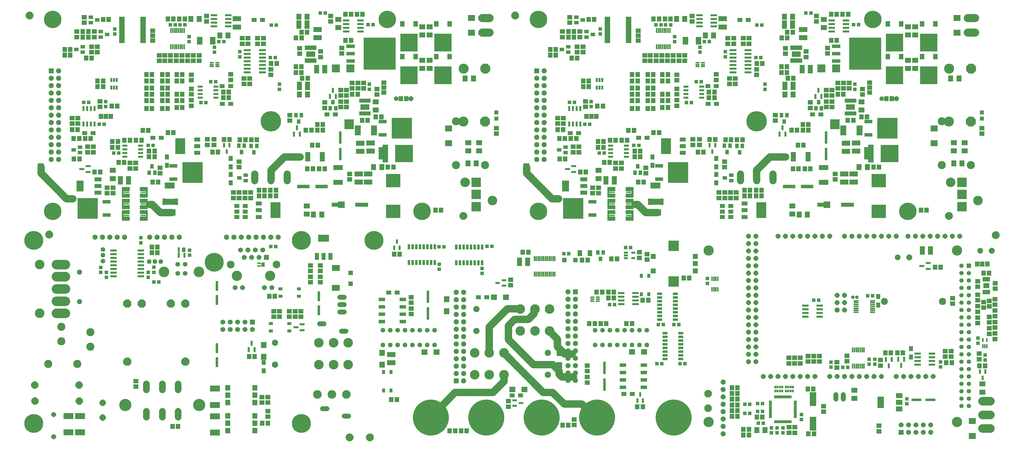
<source format=gts>
G75*
G70*
%OFA0B0*%
%FSLAX24Y24*%
%IPPOS*%
%LPD*%
%AMOC8*
5,1,8,0,0,1.08239X$1,22.5*
%
%ADD10R,0.1275X0.1700*%
%ADD11C,0.1000*%
%ADD12R,0.0671X0.0552*%
%ADD13R,0.0513X0.0474*%
%ADD14R,0.0592X0.0671*%
%ADD15R,0.0671X0.0592*%
%ADD16R,0.1143X0.0710*%
%ADD17R,0.0760X0.0270*%
%ADD18R,0.0474X0.0513*%
%ADD19R,0.0218X0.0710*%
%ADD20R,0.0710X0.0790*%
%ADD21C,0.0973*%
%ADD22C,0.2759*%
%ADD23R,0.0552X0.0671*%
%ADD24R,0.0830X0.0530*%
%ADD25R,0.1375X0.2125*%
%ADD26R,0.0690X0.0316*%
%ADD27R,0.0474X0.0631*%
%ADD28R,0.0631X0.0474*%
%ADD29R,0.0300X0.0680*%
%ADD30R,0.0300X0.0600*%
%ADD31R,0.1060X0.0450*%
%ADD32R,0.2770X0.2850*%
%ADD33R,0.0316X0.0690*%
%ADD34R,0.0789X0.0710*%
%ADD35R,0.0860X0.0300*%
%ADD36R,0.0674X0.0674*%
%ADD37OC8,0.0674*%
%ADD38R,0.2444X0.2365*%
%ADD39R,0.0749X0.0592*%
%ADD40R,0.0789X0.1340*%
%ADD41R,0.0680X0.1280*%
%ADD42R,0.1280X0.0680*%
%ADD43R,0.0260X0.0580*%
%ADD44R,0.1240X0.0770*%
%ADD45R,0.0710X0.1143*%
%ADD46C,0.1360*%
%ADD47OC8,0.1360*%
%ADD48R,0.2365X0.2444*%
%ADD49R,0.0592X0.0749*%
%ADD50R,0.0540X0.0220*%
%ADD51R,0.0300X0.0580*%
%ADD52R,0.0710X0.0789*%
%ADD53R,0.0946X0.0316*%
%ADD54C,0.1100*%
%ADD55R,0.1680X0.0510*%
%ADD56OC8,0.0640*%
%ADD57OC8,0.0600*%
%ADD58R,0.0946X0.0789*%
%ADD59R,0.1939X0.1841*%
%ADD60R,0.1720X0.0550*%
%ADD61R,0.1340X0.0789*%
%ADD62OC8,0.0973*%
%ADD63C,0.0907*%
%ADD64OC8,0.0840*%
%ADD65C,0.1653*%
%ADD66R,0.0678X0.0781*%
%ADD67C,0.1100*%
%ADD68R,0.1064X0.0789*%
%ADD69C,0.0674*%
%ADD70R,0.0631X0.0631*%
%ADD71C,0.0674*%
%ADD72R,0.0560X0.0960*%
%ADD73R,0.1504X0.0953*%
%ADD74C,0.0640*%
%ADD75C,0.1436*%
%ADD76C,0.1039*%
%ADD77C,0.1386*%
%ADD78R,0.0380X0.1360*%
%ADD79R,0.0480X0.0200*%
%ADD80R,0.0450X0.0600*%
%ADD81R,0.0300X0.0700*%
%ADD82OC8,0.0680*%
%ADD83R,0.0867X0.0474*%
%ADD84R,0.0220X0.0710*%
%ADD85R,0.0600X0.0300*%
%ADD86R,0.0867X0.0671*%
%ADD87R,0.0867X0.1576*%
%ADD88C,0.0477*%
%ADD89R,0.0660X0.0220*%
%ADD90R,0.0867X0.1852*%
%ADD91R,0.0680X0.0300*%
%ADD92R,0.0790X0.0710*%
%ADD93C,0.0946*%
%ADD94OC8,0.0946*%
%ADD95OC8,0.0634*%
%ADD96R,0.0320X0.0690*%
%ADD97R,0.0749X0.0789*%
%ADD98C,0.1299*%
%ADD99C,0.0848*%
%ADD100C,0.4885*%
%ADD101C,0.1172*%
%ADD102R,0.0690X0.0320*%
%ADD103R,0.0430X0.0580*%
%ADD104C,0.0595*%
%ADD105R,0.0595X0.0595*%
%ADD106R,0.0580X0.0300*%
%ADD107R,0.0631X0.0789*%
%ADD108R,0.0789X0.0749*%
%ADD109C,0.0634*%
%ADD110C,0.0103*%
%ADD111R,0.0277X0.0336*%
%ADD112R,0.0220X0.0600*%
%ADD113C,0.0050*%
%ADD114C,0.0780*%
%ADD115OC8,0.0780*%
%ADD116C,0.1299*%
%ADD117R,0.0220X0.0660*%
%ADD118R,0.1360X0.0380*%
%ADD119R,0.0380X0.1680*%
%ADD120OC8,0.0996*%
%ADD121R,0.0190X0.0630*%
%ADD122R,0.1200X0.0730*%
%ADD123R,0.1393X0.1393*%
%ADD124R,0.0552X0.0552*%
%ADD125R,0.0250X0.0640*%
%ADD126R,0.0820X0.0700*%
%ADD127R,0.0220X0.0540*%
%ADD128OC8,0.1100*%
%ADD129R,0.0580X0.0430*%
%ADD130C,0.0680*%
%ADD131R,0.0730X0.0250*%
%ADD132R,0.1140X0.0480*%
%ADD133R,0.4320X0.4370*%
%ADD134R,0.1102X0.1083*%
%ADD135C,0.1169*%
%ADD136R,0.0960X0.0560*%
%ADD137R,0.0953X0.1504*%
%ADD138R,0.1299X0.1299*%
%ADD139R,0.0516X0.0516*%
%ADD140C,0.2365*%
%ADD141C,0.2562*%
D10*
X052394Y042428D03*
X118142Y042428D03*
D11*
X106879Y041953D02*
X104754Y041953D01*
X102954Y040153D01*
X102954Y038828D01*
X089504Y034403D02*
X087954Y034403D01*
X086854Y035503D01*
X086529Y035503D01*
X076129Y036278D02*
X075254Y036278D01*
X071804Y039728D01*
X071804Y040553D01*
X041131Y041953D02*
X039006Y041953D01*
X037206Y040153D01*
X037206Y038828D01*
X023756Y034403D02*
X022206Y034403D01*
X021106Y035503D01*
X020781Y035503D01*
X010381Y036278D02*
X009506Y036278D01*
X006056Y039728D01*
X006056Y040553D01*
X066737Y018903D02*
X066737Y015453D01*
X066687Y015403D01*
X068712Y015353D02*
X068787Y015353D01*
X068812Y015303D02*
X074043Y010053D01*
X075318Y010053D01*
X076893Y008478D01*
X079268Y008478D01*
X080818Y006928D01*
X080993Y006928D01*
X078137Y012128D02*
X076587Y012128D01*
X076212Y012503D01*
X076212Y012953D01*
X075362Y013803D01*
X072737Y013803D01*
X069337Y017203D01*
X069337Y019078D01*
X070187Y019928D01*
X072037Y019928D01*
X072812Y020703D01*
X072812Y021453D01*
X070937Y021378D02*
X069212Y021378D01*
X066737Y018903D01*
X074912Y018328D02*
X075987Y017253D01*
X075987Y016228D01*
X076962Y015253D01*
X077962Y015253D01*
X068737Y012503D02*
X068737Y011528D01*
X067237Y010028D01*
X062112Y010028D01*
X059193Y007053D01*
D12*
X069822Y009653D03*
X070964Y009653D03*
X084967Y009840D03*
X086109Y009840D03*
X066408Y022953D03*
X065266Y022953D03*
X054283Y023578D03*
X053141Y023578D03*
X033702Y033803D03*
X033702Y034553D03*
X033702Y035303D03*
X032560Y035303D03*
X032560Y034553D03*
X032560Y033803D03*
X022352Y044528D03*
X021210Y044528D03*
X013102Y045178D03*
X011960Y045178D03*
X030610Y049153D03*
X031752Y049153D03*
X031727Y051528D03*
X030585Y051528D03*
X044760Y047703D03*
X045902Y047703D03*
X036052Y060503D03*
X034910Y060503D03*
X077708Y045178D03*
X078850Y045178D03*
X086958Y044528D03*
X088100Y044528D03*
X096358Y049153D03*
X097500Y049153D03*
X097475Y051528D03*
X096333Y051528D03*
X110508Y047703D03*
X111650Y047703D03*
X101800Y060503D03*
X100658Y060503D03*
X099450Y035303D03*
X099450Y034553D03*
X099450Y033803D03*
X098308Y033803D03*
X098308Y034553D03*
X098308Y035303D03*
D13*
X085871Y029678D03*
X085202Y029678D03*
X083721Y021928D03*
X083052Y021928D03*
X089652Y019228D03*
X090321Y019228D03*
X091727Y019228D03*
X092396Y019228D03*
X092577Y013953D03*
X093246Y013953D03*
X090096Y013953D03*
X089427Y013953D03*
X101332Y008453D03*
X102001Y008453D03*
X103057Y008528D03*
X103726Y008528D03*
X103726Y007478D03*
X103057Y007478D03*
X102001Y007203D03*
X101332Y007203D03*
X103157Y005878D03*
X103826Y005878D03*
X114607Y013453D03*
X115276Y013453D03*
X111351Y022528D03*
X110682Y022528D03*
X117957Y023153D03*
X118626Y023153D03*
X082314Y042478D03*
X081645Y042478D03*
X086320Y043503D03*
X086989Y043503D03*
X080339Y046378D03*
X079670Y046378D03*
X078264Y049328D03*
X077595Y049328D03*
X093445Y049303D03*
X094114Y049303D03*
X094770Y052153D03*
X095439Y052153D03*
X102845Y055403D03*
X103514Y055403D03*
X096539Y057578D03*
X095870Y057578D03*
X091289Y059853D03*
X090620Y059853D03*
X089989Y059853D03*
X089320Y059853D03*
X104079Y051788D03*
X104079Y051119D03*
X116070Y059878D03*
X116739Y059878D03*
X050991Y059878D03*
X050322Y059878D03*
X037766Y055403D03*
X037097Y055403D03*
X030791Y057578D03*
X030122Y057578D03*
X025541Y059853D03*
X024872Y059853D03*
X024241Y059853D03*
X023572Y059853D03*
X029022Y052153D03*
X029691Y052153D03*
X028366Y049303D03*
X027697Y049303D03*
X038331Y051119D03*
X038331Y051788D03*
X021241Y043503D03*
X020572Y043503D03*
X016566Y042478D03*
X015897Y042478D03*
X014591Y046378D03*
X013922Y046378D03*
X012516Y049328D03*
X011847Y049328D03*
X019562Y030988D03*
X019562Y030319D03*
X059952Y029778D03*
X060621Y029778D03*
X066452Y029853D03*
X067121Y029853D03*
D14*
X071288Y029053D03*
X072036Y029053D03*
X079313Y027978D03*
X080061Y027978D03*
X083288Y028128D03*
X084036Y028128D03*
X093063Y025528D03*
X093811Y025528D03*
X088261Y022553D03*
X087513Y022553D03*
X083611Y022853D03*
X082863Y022853D03*
X082863Y023628D03*
X083611Y023628D03*
X082036Y023628D03*
X081288Y023628D03*
X081036Y019378D03*
X080288Y019378D03*
X081838Y019378D03*
X082586Y019378D03*
X085313Y019378D03*
X086061Y019378D03*
X099593Y010678D03*
X100341Y010678D03*
X100341Y009903D03*
X099593Y009903D03*
X099593Y009128D03*
X100341Y009128D03*
X100341Y008353D03*
X099593Y008353D03*
X099593Y007578D03*
X100341Y007578D03*
X100341Y006803D03*
X099593Y006803D03*
X101143Y005053D03*
X101891Y005053D03*
X101891Y004278D03*
X101143Y004278D03*
X102968Y006703D03*
X103716Y006703D03*
X109943Y004453D03*
X110691Y004453D03*
X110616Y010503D03*
X109868Y010503D03*
X120368Y015403D03*
X121116Y015403D03*
X121993Y015403D03*
X122741Y015403D03*
X128613Y014073D03*
X129361Y014073D03*
X133118Y013628D03*
X133866Y013628D03*
X133663Y026203D03*
X134411Y026203D03*
X134156Y027453D03*
X133487Y027453D03*
X132817Y027453D03*
X127841Y027003D03*
X127093Y027003D03*
X125953Y034728D03*
X125205Y034728D03*
X119503Y040578D03*
X118755Y040578D03*
X110203Y040353D03*
X109455Y040353D03*
X108603Y040353D03*
X107855Y040353D03*
X108530Y043528D03*
X109278Y043528D03*
X109205Y045578D03*
X109953Y045578D03*
X109953Y046353D03*
X109205Y046353D03*
X108403Y045578D03*
X107655Y045578D03*
X101028Y044278D03*
X100280Y044278D03*
X099478Y044278D03*
X098730Y044278D03*
X097328Y044303D03*
X096580Y044303D03*
X095753Y042603D03*
X095005Y042603D03*
X089728Y045228D03*
X088980Y045228D03*
X086332Y045547D03*
X085584Y045547D03*
X085403Y044203D03*
X084655Y044203D03*
X083849Y044205D03*
X083101Y044205D03*
X082203Y044028D03*
X081455Y044028D03*
X081455Y043253D03*
X082203Y043253D03*
X078528Y044428D03*
X077780Y044428D03*
X076978Y044428D03*
X076230Y044428D03*
X076005Y045653D03*
X076753Y045653D03*
X079910Y047453D03*
X080579Y047453D03*
X081248Y047453D03*
X081380Y048853D03*
X082128Y048853D03*
X086080Y048503D03*
X086828Y048503D03*
X088205Y048503D03*
X088953Y048503D03*
X090180Y048653D03*
X090928Y048653D03*
X090928Y049578D03*
X090180Y049578D03*
X090180Y050428D03*
X090928Y050428D03*
X088953Y050428D03*
X088205Y050428D03*
X088205Y049578D03*
X088953Y049578D03*
X086828Y049578D03*
X086080Y049578D03*
X086080Y050428D03*
X086828Y050428D03*
X086828Y051273D03*
X086080Y051273D03*
X086080Y052253D03*
X086828Y052253D03*
X088205Y052253D03*
X088953Y052253D03*
X088953Y051273D03*
X088205Y051273D03*
X090180Y052253D03*
X090928Y052253D03*
X090928Y053103D03*
X090180Y053103D03*
X088953Y053103D03*
X088205Y053103D03*
X086828Y053103D03*
X086080Y053103D03*
X080203Y052253D03*
X079455Y052253D03*
X079455Y051478D03*
X080203Y051478D03*
X078653Y055328D03*
X077905Y055328D03*
X075753Y055728D03*
X075005Y055728D03*
X075005Y056503D03*
X075753Y056503D03*
X077455Y058178D03*
X078203Y058178D03*
X078203Y058953D03*
X077455Y058953D03*
X080205Y060578D03*
X080953Y060578D03*
X088980Y060628D03*
X089728Y060628D03*
X090530Y060628D03*
X091278Y060628D03*
X102955Y054603D03*
X103703Y054603D03*
X106305Y054178D03*
X107053Y054178D03*
X107053Y053378D03*
X106305Y053378D03*
X107155Y052603D03*
X107903Y052603D03*
X113930Y050428D03*
X114678Y050428D03*
X120505Y049853D03*
X121253Y049853D03*
X117878Y047378D03*
X117130Y047378D03*
X116028Y046903D03*
X115280Y046903D03*
X097228Y049978D03*
X096480Y049978D03*
X096480Y050753D03*
X097228Y050753D03*
X113030Y057728D03*
X113778Y057728D03*
X107828Y058853D03*
X107080Y058853D03*
X107078Y058078D03*
X106330Y058078D03*
X113030Y061278D03*
X113778Y061278D03*
X114580Y061278D03*
X115328Y061278D03*
X087178Y042729D03*
X086430Y042729D03*
X086430Y041960D03*
X087178Y041960D03*
X083053Y041203D03*
X082305Y041203D03*
X079803Y039903D03*
X079055Y039903D03*
X077003Y041678D03*
X076255Y041678D03*
X086905Y038528D03*
X087653Y038528D03*
X101305Y037453D03*
X102053Y037453D03*
X102053Y036678D03*
X101305Y036678D03*
X102855Y036678D03*
X103603Y036678D03*
X103603Y037453D03*
X102855Y037453D03*
X060205Y034728D03*
X059457Y034728D03*
X054611Y028778D03*
X053863Y028778D03*
X037711Y023078D03*
X036963Y023078D03*
X021811Y028978D03*
X021063Y028978D03*
X021063Y029753D03*
X021811Y029753D03*
X035557Y036678D03*
X036305Y036678D03*
X036305Y037453D03*
X035557Y037453D03*
X037107Y037453D03*
X037855Y037453D03*
X037855Y036678D03*
X037107Y036678D03*
X042107Y040353D03*
X042855Y040353D03*
X043707Y040353D03*
X044455Y040353D03*
X043530Y043528D03*
X042782Y043528D03*
X042655Y045578D03*
X041907Y045578D03*
X043457Y045578D03*
X044205Y045578D03*
X044205Y046353D03*
X043457Y046353D03*
X049532Y046903D03*
X050280Y046903D03*
X051382Y047378D03*
X052130Y047378D03*
X054757Y049853D03*
X055505Y049853D03*
X048930Y050428D03*
X048182Y050428D03*
X042155Y052603D03*
X041407Y052603D03*
X041305Y053378D03*
X040557Y053378D03*
X040557Y054178D03*
X041305Y054178D03*
X037955Y054603D03*
X037207Y054603D03*
X040582Y058078D03*
X041330Y058078D03*
X041332Y058853D03*
X042080Y058853D03*
X047282Y057728D03*
X048030Y057728D03*
X048030Y061278D03*
X047282Y061278D03*
X048832Y061278D03*
X049580Y061278D03*
X031480Y050753D03*
X030732Y050753D03*
X030732Y049978D03*
X031480Y049978D03*
X025180Y049578D03*
X024432Y049578D03*
X024432Y050428D03*
X025180Y050428D03*
X023205Y050428D03*
X022457Y050428D03*
X022457Y049578D03*
X023205Y049578D03*
X023205Y048503D03*
X022457Y048503D03*
X021080Y048503D03*
X020332Y048503D03*
X020332Y049578D03*
X021080Y049578D03*
X021080Y050428D03*
X020332Y050428D03*
X020332Y051273D03*
X021080Y051273D03*
X021080Y052253D03*
X020332Y052253D03*
X022457Y052253D03*
X023205Y052253D03*
X023205Y051273D03*
X022457Y051273D03*
X024432Y052253D03*
X025180Y052253D03*
X025180Y053103D03*
X024432Y053103D03*
X023205Y053103D03*
X022457Y053103D03*
X021080Y053103D03*
X020332Y053103D03*
X014455Y052253D03*
X013707Y052253D03*
X013707Y051478D03*
X014455Y051478D03*
X015632Y048853D03*
X016380Y048853D03*
X015500Y047453D03*
X014831Y047453D03*
X014162Y047453D03*
X011005Y045653D03*
X010257Y045653D03*
X010482Y044428D03*
X011230Y044428D03*
X012032Y044428D03*
X012780Y044428D03*
X015707Y044028D03*
X016455Y044028D03*
X016455Y043253D03*
X015707Y043253D03*
X017353Y044205D03*
X018101Y044205D03*
X018907Y044203D03*
X019655Y044203D03*
X019836Y045547D03*
X020584Y045547D03*
X023232Y045228D03*
X023980Y045228D03*
X021430Y042729D03*
X020682Y042729D03*
X020682Y041960D03*
X021430Y041960D03*
X017305Y041203D03*
X016557Y041203D03*
X014055Y039903D03*
X013307Y039903D03*
X011255Y041678D03*
X010507Y041678D03*
X021157Y038528D03*
X021905Y038528D03*
X029257Y042603D03*
X030005Y042603D03*
X030832Y044303D03*
X031580Y044303D03*
X032982Y044278D03*
X033730Y044278D03*
X034532Y044278D03*
X035280Y044278D03*
X025180Y048653D03*
X024432Y048653D03*
X012905Y055328D03*
X012157Y055328D03*
X010005Y055728D03*
X009257Y055728D03*
X009257Y056503D03*
X010005Y056503D03*
X011707Y058178D03*
X012455Y058178D03*
X012455Y058953D03*
X011707Y058953D03*
X014457Y060578D03*
X015205Y060578D03*
X023232Y060628D03*
X023980Y060628D03*
X024782Y060628D03*
X025530Y060628D03*
X053007Y040578D03*
X053755Y040578D03*
X034986Y014903D03*
X034238Y014903D03*
X053488Y009078D03*
X054236Y009078D03*
X061388Y004828D03*
X062136Y004828D03*
X062938Y004828D03*
X063686Y004828D03*
X076688Y005610D03*
X077436Y005610D03*
X086788Y008103D03*
X087536Y008103D03*
X036761Y005878D03*
X036013Y005878D03*
X024611Y005428D03*
X023863Y005428D03*
D15*
X018912Y010829D03*
X018912Y011577D03*
X035987Y009402D03*
X036762Y009402D03*
X036762Y008654D03*
X035987Y008654D03*
X036762Y007502D03*
X036762Y006754D03*
X037562Y020304D03*
X037562Y021052D03*
X038337Y021052D03*
X038337Y020304D03*
X039687Y020304D03*
X039687Y021052D03*
X040462Y021052D03*
X040462Y020304D03*
X041237Y020304D03*
X041237Y021052D03*
X042537Y024954D03*
X043887Y024954D03*
X043887Y025702D03*
X043887Y026504D03*
X043887Y027252D03*
X042537Y027252D03*
X042537Y026504D03*
X042537Y025702D03*
X056187Y022952D03*
X056187Y022204D03*
X056187Y021402D03*
X056187Y020654D03*
X069637Y024554D03*
X069637Y025302D03*
X087087Y028279D03*
X087087Y029027D03*
X088112Y028777D03*
X088112Y028029D03*
X097854Y036379D03*
X097854Y037127D03*
X098629Y037127D03*
X098629Y036379D03*
X099404Y036379D03*
X099404Y037127D03*
X100179Y037127D03*
X100179Y036379D03*
X098604Y040554D03*
X098604Y041302D03*
X095204Y043579D03*
X094304Y043579D03*
X094304Y044327D03*
X095204Y044327D03*
X092154Y048884D03*
X092154Y049632D03*
X092154Y050429D03*
X092154Y051177D03*
X092154Y052329D03*
X092154Y053077D03*
X092429Y054954D03*
X092429Y055702D03*
X091654Y055702D03*
X091654Y054954D03*
X090879Y054954D03*
X090879Y055702D03*
X090104Y055702D03*
X090104Y054954D03*
X089329Y054954D03*
X089329Y055702D03*
X088554Y055702D03*
X088554Y054954D03*
X087804Y054954D03*
X087804Y055702D03*
X086904Y057709D03*
X086904Y058378D03*
X086904Y059048D03*
X093204Y055702D03*
X093204Y054954D03*
X097479Y053127D03*
X099279Y052577D03*
X099279Y051829D03*
X100054Y051829D03*
X100054Y052577D03*
X097479Y052379D03*
X102929Y053054D03*
X102929Y053802D03*
X106829Y055929D03*
X106829Y056677D03*
X109654Y056227D03*
X109654Y055479D03*
X112529Y055954D03*
X112529Y056702D03*
X111029Y060304D03*
X111029Y061052D03*
X101904Y058027D03*
X101904Y057279D03*
X101129Y057279D03*
X101129Y058027D03*
X099829Y058027D03*
X099829Y057279D03*
X099054Y057279D03*
X099054Y058027D03*
X094204Y060304D03*
X094204Y061052D03*
X079004Y058927D03*
X079004Y058179D03*
X078654Y056877D03*
X079429Y056877D03*
X079429Y056129D03*
X078654Y056129D03*
X076654Y058179D03*
X076654Y058927D03*
X077654Y060129D03*
X077654Y060877D03*
X079779Y049477D03*
X079779Y048729D03*
X076779Y047202D03*
X076779Y046454D03*
X076004Y046454D03*
X076004Y047202D03*
X078104Y043327D03*
X078104Y042579D03*
X078879Y042579D03*
X078879Y043327D03*
X083854Y041127D03*
X083854Y040379D03*
X084629Y040379D03*
X084629Y041127D03*
X087929Y040477D03*
X087929Y039729D03*
X081554Y037777D03*
X081554Y037029D03*
X080754Y037029D03*
X080754Y037777D03*
X067706Y045104D03*
X067706Y045852D03*
X052481Y050659D03*
X052481Y051328D03*
X052481Y051998D03*
X051531Y051152D03*
X051531Y050404D03*
X049731Y051229D03*
X049731Y051977D03*
X048956Y051977D03*
X048956Y051229D03*
X048181Y051229D03*
X048181Y051977D03*
X047406Y051002D03*
X047406Y050254D03*
X046631Y050254D03*
X046631Y051002D03*
X046631Y049452D03*
X046631Y048704D03*
X047406Y048704D03*
X047406Y049452D03*
X044456Y049327D03*
X044456Y048579D03*
X039731Y047602D03*
X039731Y046854D03*
X029456Y044327D03*
X028556Y044327D03*
X028556Y043579D03*
X029456Y043579D03*
X032856Y041302D03*
X032856Y040554D03*
X032881Y037127D03*
X032881Y036379D03*
X032106Y036379D03*
X032106Y037127D03*
X033656Y037127D03*
X033656Y036379D03*
X034431Y036379D03*
X034431Y037127D03*
X022181Y039729D03*
X022181Y040477D03*
X018881Y040379D03*
X018881Y041127D03*
X018106Y041127D03*
X018106Y040379D03*
X015806Y037777D03*
X015806Y037029D03*
X015006Y037029D03*
X015006Y037777D03*
X013131Y042579D03*
X013131Y043327D03*
X012356Y043327D03*
X012356Y042579D03*
X011031Y046454D03*
X011031Y047202D03*
X010256Y047202D03*
X010256Y046454D03*
X014031Y048729D03*
X014031Y049477D03*
X022056Y054954D03*
X022056Y055702D03*
X022806Y055702D03*
X022806Y054954D03*
X023581Y054954D03*
X023581Y055702D03*
X024356Y055702D03*
X024356Y054954D03*
X025131Y054954D03*
X025131Y055702D03*
X025906Y055702D03*
X025906Y054954D03*
X026681Y054954D03*
X026681Y055702D03*
X027456Y055702D03*
X027456Y054954D03*
X026406Y053077D03*
X026406Y052329D03*
X026406Y051177D03*
X026406Y050429D03*
X026406Y049632D03*
X026406Y048884D03*
X031731Y052379D03*
X033531Y052577D03*
X033531Y051829D03*
X034306Y051829D03*
X034306Y052577D03*
X031731Y053127D03*
X037181Y053054D03*
X037181Y053802D03*
X041081Y055929D03*
X041081Y056677D03*
X043906Y056227D03*
X043906Y055479D03*
X046781Y055954D03*
X046781Y056702D03*
X045281Y060304D03*
X045281Y061052D03*
X036156Y058027D03*
X036156Y057279D03*
X035381Y057279D03*
X035381Y058027D03*
X034081Y058027D03*
X034081Y057279D03*
X033306Y057279D03*
X033306Y058027D03*
X028456Y060304D03*
X028456Y061052D03*
X021156Y059048D03*
X021156Y058378D03*
X021156Y057709D03*
X013681Y056877D03*
X012906Y056877D03*
X012906Y056129D03*
X013681Y056129D03*
X013256Y058179D03*
X013256Y058927D03*
X011906Y060129D03*
X011906Y060877D03*
X010906Y058927D03*
X010906Y058179D03*
X047831Y039652D03*
X047831Y038904D03*
X080012Y013677D03*
X080012Y012929D03*
X080012Y012127D03*
X080012Y011379D03*
X078243Y006377D03*
X078243Y005629D03*
X069343Y008110D03*
X069343Y008858D03*
X107342Y005327D03*
X107342Y004579D03*
X108117Y004579D03*
X108117Y005327D03*
X112012Y007429D03*
X112012Y008177D03*
X119512Y005532D03*
X119512Y004784D03*
X119717Y013679D03*
X119717Y014427D03*
X115167Y014254D03*
X113792Y014152D03*
X113792Y013404D03*
X111442Y014229D03*
X111442Y014977D03*
X110667Y014977D03*
X110667Y014229D03*
X109892Y014229D03*
X109892Y014977D03*
X108842Y014727D03*
X108842Y013979D03*
X108067Y013979D03*
X108067Y014727D03*
X107292Y014727D03*
X107292Y013979D03*
X115167Y015002D03*
X128487Y014904D03*
X129262Y014904D03*
X129262Y015652D03*
X128487Y015652D03*
X133087Y015297D03*
X133087Y014549D03*
X135212Y017279D03*
X135212Y018027D03*
X134437Y017979D03*
X134437Y018727D03*
X135212Y018829D03*
X135212Y019577D03*
X134437Y019529D03*
X134437Y020277D03*
X135212Y020379D03*
X135212Y021127D03*
X134437Y021704D03*
X134437Y022452D03*
X133662Y022277D03*
X133662Y021529D03*
X132887Y021727D03*
X132887Y020979D03*
X132882Y020177D03*
X132882Y019429D03*
X135212Y021929D03*
X135212Y022677D03*
X132887Y022529D03*
X132887Y023277D03*
X135237Y024104D03*
X135237Y024852D03*
X132887Y025102D03*
X132887Y024354D03*
X129467Y022802D03*
X129467Y022054D03*
X113579Y038904D03*
X113579Y039652D03*
X105479Y046854D03*
X105479Y047602D03*
X110204Y048579D03*
X112379Y048704D03*
X112379Y049452D03*
X113154Y049452D03*
X113154Y048704D03*
X113154Y050254D03*
X113154Y051002D03*
X112379Y051002D03*
X112379Y050254D03*
X110204Y049327D03*
X113929Y051229D03*
X113929Y051977D03*
X114704Y051977D03*
X114704Y051229D03*
X115479Y051229D03*
X115479Y051977D03*
X118229Y051998D03*
X118229Y051328D03*
X118229Y050659D03*
X117279Y050404D03*
X117279Y051152D03*
X133454Y045852D03*
X133454Y045104D03*
D16*
X116404Y043830D03*
X115029Y043805D03*
X115029Y042702D03*
X116404Y042727D03*
X116079Y039630D03*
X114804Y039630D03*
X114804Y038527D03*
X116079Y038527D03*
X109254Y058102D03*
X109254Y059205D03*
X098329Y059552D03*
X098329Y060655D03*
X050656Y043830D03*
X049281Y043805D03*
X049281Y042702D03*
X050656Y042727D03*
X050331Y039630D03*
X049056Y039630D03*
X049056Y038527D03*
X050331Y038527D03*
X043506Y058102D03*
X043506Y059205D03*
X032581Y059552D03*
X032581Y060655D03*
X053487Y015180D03*
X053487Y014077D03*
D17*
X029311Y057298D03*
X029311Y057548D03*
X029311Y057808D03*
X029311Y058058D03*
X027551Y058058D03*
X027551Y057808D03*
X027551Y057548D03*
X027551Y057298D03*
X093299Y057298D03*
X093299Y057548D03*
X093299Y057808D03*
X093299Y058058D03*
X095059Y058058D03*
X095059Y057808D03*
X095059Y057548D03*
X095059Y057298D03*
D18*
X095279Y056813D03*
X095279Y056144D03*
X098704Y056188D03*
X098704Y055519D03*
X091854Y057569D03*
X091854Y058238D03*
X081779Y058594D03*
X081779Y059263D03*
X080554Y049438D03*
X080554Y048769D03*
X102970Y059803D03*
X103639Y059803D03*
X109620Y061428D03*
X110289Y061428D03*
X116254Y051788D03*
X116254Y051119D03*
X077521Y028828D03*
X076852Y028828D03*
X065787Y026838D03*
X065787Y026169D03*
X059987Y026744D03*
X059987Y027413D03*
X037846Y029803D03*
X037177Y029803D03*
X026162Y029313D03*
X026162Y028644D03*
X021337Y026988D03*
X021337Y026319D03*
X020562Y026313D03*
X020562Y025644D03*
X021352Y025003D03*
X022021Y025003D03*
X014912Y025644D03*
X014912Y026313D03*
X014137Y026294D03*
X014137Y026963D03*
X014806Y048769D03*
X014806Y049438D03*
X029531Y056144D03*
X029531Y056813D03*
X026106Y057569D03*
X026106Y058238D03*
X032956Y056188D03*
X032956Y055519D03*
X037222Y059803D03*
X037891Y059803D03*
X043872Y061428D03*
X044541Y061428D03*
X050506Y051788D03*
X050506Y051119D03*
X016031Y058594D03*
X016031Y059263D03*
X096287Y025463D03*
X096287Y024794D03*
X118167Y014538D03*
X118167Y013869D03*
X118942Y013869D03*
X118942Y014538D03*
X113017Y014138D03*
X113017Y013469D03*
X123262Y009163D03*
X123262Y008494D03*
X127832Y013494D03*
X127832Y014163D03*
X132912Y016719D03*
X132912Y017388D03*
X133862Y015108D03*
X133862Y014439D03*
X109017Y007038D03*
X109017Y006369D03*
X106492Y005238D03*
X106492Y004569D03*
X105717Y004569D03*
X105717Y005238D03*
X104942Y005238D03*
X104942Y004569D03*
D19*
X091190Y056876D03*
X090934Y056876D03*
X090678Y056876D03*
X090422Y056876D03*
X090166Y056876D03*
X089910Y056876D03*
X089655Y056876D03*
X089399Y056876D03*
X089399Y059081D03*
X089655Y059081D03*
X089910Y059081D03*
X090166Y059081D03*
X090422Y059081D03*
X090678Y059081D03*
X090934Y059081D03*
X091190Y059081D03*
X025442Y059081D03*
X025186Y059081D03*
X024930Y059081D03*
X024674Y059081D03*
X024418Y059081D03*
X024162Y059081D03*
X023907Y059081D03*
X023651Y059081D03*
X023651Y056876D03*
X023907Y056876D03*
X024162Y056876D03*
X024418Y056876D03*
X024674Y056876D03*
X024930Y056876D03*
X025186Y056876D03*
X025442Y056876D03*
D20*
X026346Y060628D03*
X027466Y060628D03*
X063471Y052578D03*
X064591Y052578D03*
X092094Y060628D03*
X093214Y060628D03*
X129219Y052578D03*
X130339Y052578D03*
X117939Y040578D03*
X116819Y040578D03*
X109814Y034128D03*
X108694Y034128D03*
X052191Y040578D03*
X051071Y040578D03*
X044066Y034128D03*
X042946Y034128D03*
D21*
X039373Y038737D02*
X039373Y039622D01*
X037173Y039622D02*
X037173Y038737D01*
X034973Y038737D02*
X034973Y039622D01*
X100722Y039622D02*
X100722Y038737D01*
X102922Y038737D02*
X102922Y039622D01*
X105122Y039622D02*
X105122Y038737D01*
D22*
X102922Y046779D03*
X037173Y046779D03*
D23*
X031731Y041749D03*
X031731Y040607D03*
X031731Y039574D03*
X031731Y038432D03*
X023106Y040807D03*
X023106Y041949D03*
X036212Y014099D03*
X036212Y012957D03*
X097479Y038432D03*
X097479Y039574D03*
X097479Y040607D03*
X097479Y041749D03*
X088854Y041949D03*
X088854Y040807D03*
X119392Y023024D03*
X119392Y021882D03*
X123837Y015979D03*
X123837Y014837D03*
D24*
X101294Y033818D03*
X101294Y034728D03*
X101294Y035638D03*
X092939Y042493D03*
X092939Y043403D03*
X092939Y044313D03*
X035546Y035638D03*
X035546Y034728D03*
X035546Y033818D03*
X027191Y042493D03*
X027191Y043403D03*
X027191Y044313D03*
D25*
X024921Y043403D03*
X037816Y034728D03*
X090669Y043403D03*
X103564Y034728D03*
D26*
X085292Y041955D03*
X085292Y042455D03*
X085292Y042955D03*
X085292Y043455D03*
X083166Y043455D03*
X083166Y042955D03*
X083166Y042455D03*
X083166Y041955D03*
X093366Y049980D03*
X093366Y050480D03*
X093366Y050980D03*
X093366Y051480D03*
X095492Y051480D03*
X095492Y050980D03*
X095492Y050480D03*
X095492Y049980D03*
X029744Y049980D03*
X029744Y050480D03*
X029744Y050980D03*
X029744Y051480D03*
X027618Y051480D03*
X027618Y050980D03*
X027618Y050480D03*
X027618Y049980D03*
X019544Y043455D03*
X019544Y042955D03*
X019544Y042455D03*
X019544Y041955D03*
X017418Y041955D03*
X017418Y042455D03*
X017418Y042955D03*
X017418Y043455D03*
D27*
X021081Y040661D03*
X020707Y039795D03*
X021455Y039795D03*
X032832Y043461D03*
X033580Y043461D03*
X034507Y043436D03*
X035255Y043436D03*
X034881Y042570D03*
X033206Y042595D03*
X040931Y046745D03*
X040557Y047611D03*
X041305Y047611D03*
X045207Y048520D03*
X045955Y048520D03*
X045581Y049386D03*
X086455Y039795D03*
X087203Y039795D03*
X086829Y040661D03*
X098580Y043461D03*
X099328Y043461D03*
X100255Y043436D03*
X101003Y043436D03*
X100629Y042570D03*
X098954Y042595D03*
X106679Y046745D03*
X106305Y047611D03*
X107053Y047611D03*
X110955Y048520D03*
X111703Y048520D03*
X111329Y049386D03*
X082186Y029011D03*
X081438Y029011D03*
X081812Y028145D03*
D28*
X098646Y039103D03*
X099512Y038729D03*
X099512Y039477D03*
X077087Y042529D03*
X077087Y043277D03*
X076221Y042903D03*
X077437Y056129D03*
X076571Y056503D03*
X077437Y056877D03*
X079896Y058179D03*
X079896Y058927D03*
X080762Y058553D03*
X079412Y060503D03*
X078546Y060129D03*
X078546Y060877D03*
X033764Y039477D03*
X033764Y038729D03*
X032898Y039103D03*
X011339Y042529D03*
X011339Y043277D03*
X010473Y042903D03*
X011689Y056129D03*
X010823Y056503D03*
X011689Y056877D03*
X014148Y058179D03*
X014148Y058927D03*
X015014Y058553D03*
X013664Y060503D03*
X012798Y060129D03*
X012798Y060877D03*
D29*
X045156Y050128D03*
X045956Y050128D03*
X045556Y050978D03*
X040706Y045903D03*
X040306Y045053D03*
X041106Y045053D03*
X034587Y016703D03*
X034987Y015853D03*
X034187Y015853D03*
X106054Y045053D03*
X106854Y045053D03*
X106454Y045903D03*
X110904Y050128D03*
X111704Y050128D03*
X111304Y050978D03*
X120442Y014503D03*
X121242Y014503D03*
X122092Y014553D03*
X122892Y014553D03*
X122492Y013703D03*
X120842Y013653D03*
D30*
X133172Y012858D03*
X133912Y012858D03*
X133542Y011998D03*
X087532Y008923D03*
X086792Y008923D03*
X087162Y009783D03*
X054607Y029623D03*
X053867Y029623D03*
X054237Y030483D03*
X031206Y042673D03*
X030836Y043533D03*
X031576Y043533D03*
X096584Y043533D03*
X097324Y043533D03*
X096954Y042673D03*
D31*
X089736Y040736D03*
X089736Y038936D03*
X080699Y035878D03*
X080699Y034078D03*
X052311Y044928D03*
X052311Y046728D03*
X023988Y040736D03*
X023988Y038936D03*
X014951Y035878D03*
X014951Y034078D03*
X118059Y044928D03*
X118059Y046728D03*
D32*
X120639Y045828D03*
X092316Y039836D03*
X078119Y034978D03*
X054891Y045828D03*
X026568Y039836D03*
X012371Y034978D03*
D33*
X012308Y046390D03*
X011808Y046390D03*
X012808Y046390D03*
X013308Y046390D03*
X013308Y048516D03*
X012808Y048516D03*
X012308Y048516D03*
X011808Y048516D03*
X077556Y048516D03*
X078056Y048516D03*
X078556Y048516D03*
X079056Y048516D03*
X079056Y046390D03*
X078556Y046390D03*
X078056Y046390D03*
X077556Y046390D03*
D34*
X065356Y043880D03*
X063906Y043880D03*
X063906Y042777D03*
X065356Y042777D03*
X051381Y048302D03*
X051381Y049405D03*
X057681Y053927D03*
X058656Y053927D03*
X058656Y055030D03*
X057681Y055030D03*
X057681Y058477D03*
X058656Y058477D03*
X058656Y059580D03*
X057681Y059580D03*
X046306Y059477D03*
X046306Y060580D03*
X042031Y035305D03*
X042031Y034202D03*
X107779Y034202D03*
X107779Y035305D03*
X129654Y042777D03*
X131104Y042777D03*
X131104Y043880D03*
X129654Y043880D03*
X117129Y048302D03*
X117129Y049405D03*
X123429Y053927D03*
X124404Y053927D03*
X124404Y055030D03*
X123429Y055030D03*
X123429Y058477D03*
X124404Y058477D03*
X124404Y059580D03*
X123429Y059580D03*
X112054Y059477D03*
X112054Y060580D03*
X116162Y010330D03*
X116162Y009227D03*
D35*
X124747Y013803D03*
X124747Y014303D03*
X124747Y014803D03*
X124747Y015303D03*
X126687Y015303D03*
X126687Y014803D03*
X126687Y014303D03*
X126687Y013803D03*
X111462Y020303D03*
X111462Y020803D03*
X111462Y021303D03*
X111462Y021803D03*
X109522Y021803D03*
X109522Y021303D03*
X109522Y020803D03*
X109522Y020303D03*
X086532Y022003D03*
X086532Y022503D03*
X086532Y023003D03*
X086532Y023503D03*
X084592Y023503D03*
X084592Y023003D03*
X084592Y022503D03*
X084592Y022003D03*
X019562Y025778D03*
X019562Y026278D03*
X019562Y026778D03*
X019562Y027278D03*
X019562Y027778D03*
X019562Y028278D03*
X019562Y028778D03*
X019562Y029278D03*
X015862Y029278D03*
X015862Y028778D03*
X015862Y028278D03*
X015862Y027778D03*
X015862Y027278D03*
X015862Y026778D03*
X015862Y026278D03*
X015862Y025778D03*
X047361Y058928D03*
X047361Y059428D03*
X047361Y059928D03*
X047361Y060428D03*
X049301Y060428D03*
X049301Y059928D03*
X049301Y059428D03*
X049301Y058928D03*
X031401Y059653D03*
X031401Y060153D03*
X031401Y060653D03*
X031401Y061153D03*
X029461Y061153D03*
X029461Y060653D03*
X029461Y060153D03*
X029461Y059653D03*
X095209Y059653D03*
X095209Y060153D03*
X095209Y060653D03*
X095209Y061153D03*
X097149Y061153D03*
X097149Y060653D03*
X097149Y060153D03*
X097149Y059653D03*
X113109Y059428D03*
X113109Y058928D03*
X113109Y059928D03*
X113109Y060428D03*
X115049Y060428D03*
X115049Y059928D03*
X115049Y059428D03*
X115049Y058928D03*
D36*
X073186Y053594D03*
X088945Y028472D03*
X088945Y026504D03*
X094654Y026504D03*
X094654Y027488D03*
X094654Y028472D03*
X078414Y023673D03*
X062273Y011618D03*
X034662Y019578D03*
X036577Y028352D03*
X007438Y053594D03*
X122517Y004628D03*
D37*
X098417Y004428D03*
X098417Y005428D03*
X098417Y006428D03*
X098417Y007428D03*
X098417Y008428D03*
X098417Y009428D03*
X098417Y010428D03*
X098417Y011428D03*
X078414Y011673D03*
X077414Y011673D03*
X077414Y012673D03*
X077414Y013673D03*
X078414Y013673D03*
X078414Y012673D03*
X078414Y014673D03*
X077414Y014673D03*
X077414Y015673D03*
X077414Y016673D03*
X078414Y016673D03*
X078414Y015673D03*
X078414Y017673D03*
X077414Y017673D03*
X077414Y018673D03*
X078414Y018673D03*
X078414Y019673D03*
X077414Y019673D03*
X077414Y020673D03*
X077414Y021673D03*
X078414Y021673D03*
X078414Y020673D03*
X078414Y022673D03*
X077414Y022673D03*
X077414Y023673D03*
X063273Y023618D03*
X063273Y022618D03*
X062273Y022618D03*
X062273Y023618D03*
X062273Y021618D03*
X063273Y021618D03*
X063273Y020618D03*
X062273Y020618D03*
X062273Y019618D03*
X063273Y019618D03*
X063273Y018618D03*
X063273Y017618D03*
X062273Y017618D03*
X062273Y018618D03*
X062273Y016618D03*
X063273Y016618D03*
X063273Y015618D03*
X062273Y015618D03*
X062273Y014618D03*
X063273Y014618D03*
X063273Y013618D03*
X063273Y012618D03*
X062273Y012618D03*
X062273Y013618D03*
X063273Y011618D03*
X038162Y031078D03*
X037162Y031078D03*
X036162Y031078D03*
X035162Y031078D03*
X034162Y031078D03*
X033162Y031078D03*
X032162Y031078D03*
X031162Y031078D03*
X024762Y031078D03*
X023762Y031078D03*
X022762Y031078D03*
X021762Y031078D03*
X020762Y031078D03*
X017387Y031078D03*
X016387Y031078D03*
X015387Y031078D03*
X014387Y031078D03*
X013387Y031078D03*
X008438Y041594D03*
X007438Y041594D03*
X007438Y042594D03*
X008438Y042594D03*
X008438Y043594D03*
X007438Y043594D03*
X007438Y044594D03*
X008438Y044594D03*
X008438Y045594D03*
X007438Y045594D03*
X007438Y046594D03*
X008438Y046594D03*
X008438Y047594D03*
X007438Y047594D03*
X007438Y048594D03*
X008438Y048594D03*
X008438Y049594D03*
X007438Y049594D03*
X007438Y050594D03*
X008438Y050594D03*
X008438Y051594D03*
X007438Y051594D03*
X007438Y052594D03*
X008438Y052594D03*
X008438Y053594D03*
X073186Y052594D03*
X074186Y052594D03*
X074186Y053594D03*
X074186Y051594D03*
X074186Y050594D03*
X073186Y050594D03*
X073186Y051594D03*
X073186Y049594D03*
X074186Y049594D03*
X074186Y048594D03*
X074186Y047594D03*
X073186Y047594D03*
X073186Y048594D03*
X073186Y046594D03*
X073186Y045594D03*
X074186Y045594D03*
X074186Y046594D03*
X074186Y044594D03*
X073186Y044594D03*
X073186Y043594D03*
X073186Y042594D03*
X074186Y042594D03*
X074186Y043594D03*
X074186Y041594D03*
X073186Y041594D03*
D38*
X055205Y042403D03*
X120953Y042403D03*
D39*
X118418Y041504D03*
X118418Y043303D03*
X052670Y043303D03*
X052670Y041504D03*
D40*
X051134Y045553D03*
X048929Y045553D03*
X114677Y045553D03*
X116882Y045553D03*
D41*
X109894Y041978D03*
X107914Y041978D03*
X044146Y041978D03*
X042166Y041978D03*
D42*
X046256Y040493D03*
X046256Y038513D03*
X112004Y038513D03*
X112004Y040493D03*
D43*
X115012Y047823D03*
X115268Y047823D03*
X115524Y047823D03*
X115784Y047823D03*
X116040Y047823D03*
X116296Y047823D03*
X116296Y049583D03*
X116040Y049583D03*
X115784Y049583D03*
X115524Y049583D03*
X115268Y049583D03*
X115012Y049583D03*
X050548Y049583D03*
X050292Y049583D03*
X050036Y049583D03*
X049776Y049583D03*
X049520Y049583D03*
X049264Y049583D03*
X049264Y047823D03*
X049520Y047823D03*
X049776Y047823D03*
X050036Y047823D03*
X050292Y047823D03*
X050548Y047823D03*
D44*
X049906Y048703D03*
X115654Y048703D03*
D45*
X107880Y051578D03*
X106778Y051578D03*
X109103Y053853D03*
X110205Y053853D03*
X107805Y059878D03*
X106703Y059878D03*
X083655Y038778D03*
X082553Y038778D03*
X071938Y027753D03*
X070835Y027753D03*
X017907Y038778D03*
X016805Y038778D03*
X041030Y051578D03*
X042132Y051578D03*
X043355Y053853D03*
X044457Y053853D03*
X042057Y059878D03*
X040955Y059878D03*
X125365Y029278D03*
X126468Y029278D03*
D46*
X128978Y046753D03*
X129003Y053903D03*
X063255Y053903D03*
X063230Y046753D03*
D47*
X066183Y046753D03*
X066208Y053903D03*
X131956Y053903D03*
X131931Y046753D03*
D48*
X126229Y053004D03*
X121604Y053004D03*
X121604Y057429D03*
X126229Y057429D03*
X060481Y057429D03*
X055856Y057429D03*
X055856Y053004D03*
X060481Y053004D03*
D49*
X059582Y055540D03*
X061381Y055540D03*
X056756Y055540D03*
X054957Y055540D03*
X054957Y059965D03*
X056756Y059965D03*
X059582Y059965D03*
X061381Y059965D03*
X120705Y059965D03*
X122504Y059965D03*
X125330Y059965D03*
X127129Y059965D03*
X127129Y055540D03*
X125330Y055540D03*
X122504Y055540D03*
X120705Y055540D03*
D50*
X095674Y054713D03*
X095674Y054453D03*
X095674Y054193D03*
X094934Y054193D03*
X094934Y054453D03*
X094934Y054713D03*
X029926Y054713D03*
X029926Y054453D03*
X029926Y054193D03*
X029186Y054193D03*
X029186Y054453D03*
X029186Y054713D03*
X080692Y022938D03*
X080692Y022678D03*
X080692Y022418D03*
X081432Y022418D03*
X081432Y022678D03*
X081432Y022938D03*
D51*
X081309Y051343D03*
X081679Y051343D03*
X082049Y051343D03*
X082049Y052363D03*
X081679Y052363D03*
X081309Y052363D03*
X016301Y052363D03*
X015931Y052363D03*
X015561Y052363D03*
X015561Y051343D03*
X015931Y051343D03*
X016301Y051343D03*
D52*
X030255Y058403D03*
X031357Y058403D03*
X040955Y060953D03*
X042057Y060953D03*
X042132Y050403D03*
X041030Y050403D03*
X063880Y041078D03*
X064982Y041078D03*
X096003Y058403D03*
X097105Y058403D03*
X106703Y060953D03*
X107805Y060953D03*
X107880Y050403D03*
X106778Y050403D03*
X129628Y041078D03*
X130730Y041078D03*
X104068Y004928D03*
X102965Y004928D03*
D53*
X101774Y053403D03*
X101774Y053903D03*
X101774Y054403D03*
X101774Y054903D03*
X101774Y055403D03*
X101774Y055903D03*
X101774Y056403D03*
X099734Y056403D03*
X099734Y055903D03*
X099734Y055403D03*
X099734Y054903D03*
X099734Y054403D03*
X099734Y053903D03*
X099734Y053403D03*
X036026Y053403D03*
X036026Y053903D03*
X036026Y054403D03*
X036026Y054903D03*
X036026Y055403D03*
X036026Y055903D03*
X036026Y056403D03*
X033986Y056403D03*
X033986Y055903D03*
X033986Y055403D03*
X033986Y054903D03*
X033986Y054403D03*
X033986Y053903D03*
X033986Y053403D03*
D54*
X065756Y058803D02*
X066756Y058803D01*
X066756Y060772D02*
X065756Y060772D01*
X131504Y060772D02*
X132504Y060772D01*
X132504Y058803D02*
X131504Y058803D01*
D55*
X109784Y037953D03*
X107324Y037953D03*
X044036Y037953D03*
X041576Y037953D03*
D56*
X007762Y004053D03*
X007762Y007053D03*
X056131Y049853D03*
X121879Y049853D03*
D57*
X119879Y049853D03*
X054131Y049853D03*
D58*
X061231Y045807D03*
X061231Y043799D03*
X064331Y058774D03*
X064331Y060782D03*
X126979Y045807D03*
X126979Y043799D03*
X130079Y058774D03*
X130079Y060782D03*
X132142Y006157D03*
X132142Y004149D03*
D59*
X119479Y034579D03*
X119479Y038720D03*
X053731Y038720D03*
X053731Y034579D03*
D60*
X049481Y035478D03*
X046281Y035478D03*
X112029Y035478D03*
X115229Y035478D03*
D61*
X089229Y035876D03*
X089229Y038081D03*
X029612Y010556D03*
X029612Y008351D03*
X029612Y006806D03*
X029612Y004601D03*
X011337Y004626D03*
X009787Y004626D03*
X009787Y006831D03*
X011337Y006831D03*
X023481Y035876D03*
X023481Y038081D03*
D62*
X011197Y011049D03*
X011222Y008868D03*
X005222Y008868D03*
X005197Y011049D03*
D63*
X020312Y011216D02*
X020312Y010391D01*
X022462Y010391D02*
X022462Y011216D01*
X024612Y011216D02*
X024612Y010391D01*
X024612Y007516D02*
X024612Y006691D01*
X022462Y006691D02*
X022462Y007516D01*
X020312Y007516D02*
X020312Y006691D01*
D64*
X014412Y006628D03*
X014412Y008628D03*
D65*
X017487Y008328D03*
X027487Y008328D03*
D66*
X031333Y008678D03*
X031333Y009678D03*
X031333Y010678D03*
X034990Y010678D03*
X034990Y009678D03*
X034990Y008678D03*
X034990Y006878D03*
X034990Y005878D03*
X034990Y004878D03*
X031333Y004878D03*
X031333Y005878D03*
X031333Y006878D03*
D67*
X012730Y016229D03*
X008793Y016977D03*
X012730Y018204D03*
X008793Y018952D03*
X007025Y013893D03*
X010962Y013893D03*
X062243Y040851D03*
X066180Y040851D03*
X066180Y046756D03*
X062243Y046756D03*
X127991Y046756D03*
X131928Y046756D03*
X131928Y040851D03*
X127991Y040851D03*
D68*
X045962Y026912D03*
X045962Y024195D03*
D69*
X046515Y022953D02*
X047109Y022953D01*
X047109Y021953D02*
X046515Y021953D01*
X046515Y020953D02*
X047109Y020953D01*
X113687Y009725D02*
X113687Y009131D01*
X114687Y009131D02*
X114687Y009725D01*
D70*
X078410Y027978D03*
X076914Y027978D03*
X047962Y026251D03*
X047962Y024755D03*
D71*
X037317Y024234D03*
X036317Y024234D03*
X033337Y024234D03*
X032337Y024234D03*
X033577Y028352D03*
X034577Y028352D03*
X035577Y028352D03*
X035077Y029352D03*
X034077Y029352D03*
X033077Y029352D03*
X036077Y029352D03*
X033662Y019578D03*
X032662Y019578D03*
X031662Y019578D03*
X030662Y019578D03*
X030662Y018578D03*
X031662Y018578D03*
X032662Y018578D03*
X033662Y018578D03*
X034662Y018578D03*
X122517Y005628D03*
X123517Y005628D03*
X124517Y005628D03*
X125517Y005628D03*
X126517Y005628D03*
X126517Y004628D03*
X125517Y004628D03*
X124517Y004628D03*
X123517Y004628D03*
D72*
X045222Y028483D03*
X044312Y028483D03*
X043402Y028483D03*
D73*
X044312Y030923D03*
D74*
X025555Y027418D03*
X024571Y027418D03*
X024571Y026158D03*
X025555Y026158D03*
D75*
X027433Y026355D03*
X022693Y026355D03*
D76*
X031727Y027384D03*
X037927Y027384D03*
D77*
X037077Y025852D03*
X032577Y025852D03*
X096425Y029259D03*
X130087Y029259D03*
X130087Y006031D03*
X096425Y006031D03*
D78*
X043662Y021178D03*
X043662Y023078D03*
X029862Y022578D03*
X029862Y024478D03*
X029862Y016028D03*
X029862Y014128D03*
D79*
X035562Y027156D03*
X035562Y027550D03*
X036112Y027550D03*
X036112Y027353D03*
X036112Y027156D03*
D80*
X025387Y029378D03*
D81*
X024707Y029378D03*
X024707Y028628D03*
X025467Y028628D03*
D82*
X011262Y026328D03*
X011262Y022328D03*
X113837Y021193D03*
D83*
X087679Y013728D03*
X087679Y012728D03*
X087679Y011728D03*
X087679Y010728D03*
X084844Y010728D03*
X084844Y011728D03*
X084844Y012728D03*
X084844Y013728D03*
X055054Y019628D03*
X055054Y020628D03*
X055054Y021628D03*
X055054Y022628D03*
X052219Y022628D03*
X052219Y021628D03*
X052219Y020628D03*
X052219Y019628D03*
D84*
X072857Y026078D03*
X073117Y026078D03*
X073357Y026078D03*
X073617Y026078D03*
X073857Y026078D03*
X074117Y026078D03*
X074357Y026078D03*
X074617Y026078D03*
X074857Y026078D03*
X075117Y026078D03*
X075357Y026078D03*
X075617Y026078D03*
X075617Y028178D03*
X075357Y028178D03*
X075117Y028178D03*
X074857Y028178D03*
X074617Y028178D03*
X074357Y028178D03*
X074117Y028178D03*
X073857Y028178D03*
X073617Y028178D03*
X073357Y028178D03*
X073117Y028178D03*
X072857Y028178D03*
D85*
X068742Y025248D03*
X068742Y024508D03*
X067882Y024878D03*
X070188Y008973D03*
X070188Y008233D03*
X071048Y008603D03*
D86*
X122232Y008703D03*
X122232Y007798D03*
X122232Y009609D03*
D87*
X119752Y008703D03*
D88*
X116517Y022928D03*
X115966Y022928D03*
D89*
X116407Y022448D03*
X116407Y022188D03*
X116407Y021938D03*
X116407Y021678D03*
X116407Y021418D03*
X116407Y021168D03*
X116407Y020908D03*
X118627Y020908D03*
X118627Y021168D03*
X118627Y021418D03*
X118627Y021678D03*
X118627Y021938D03*
X118627Y022188D03*
X118627Y022448D03*
D90*
X110567Y009152D03*
X110567Y005805D03*
D91*
X126167Y026778D03*
X125317Y027178D03*
X126167Y027578D03*
X078179Y039903D03*
X077329Y040303D03*
X078179Y040703D03*
X041412Y019278D03*
X041412Y018478D03*
X040562Y018878D03*
X012431Y039903D03*
X011581Y040303D03*
X012431Y040703D03*
D92*
X015781Y040138D03*
X015781Y039019D03*
X081529Y039019D03*
X081529Y040138D03*
X133492Y011188D03*
X133492Y010069D03*
D93*
X120237Y022378D03*
D94*
X128107Y022378D03*
D95*
X114837Y022193D03*
X113837Y022193D03*
X113837Y023193D03*
X114837Y023193D03*
X114837Y021193D03*
X102837Y021193D03*
X101837Y021193D03*
X101837Y020193D03*
X102837Y020193D03*
X102837Y019193D03*
X101837Y019193D03*
X101837Y018193D03*
X102837Y018193D03*
X102837Y017193D03*
X101837Y017193D03*
X101837Y016193D03*
X101837Y015193D03*
X102837Y015193D03*
X102837Y016193D03*
X102837Y014193D03*
X101837Y014193D03*
X103837Y012193D03*
X104837Y012193D03*
X105837Y012193D03*
X106837Y012193D03*
X107837Y012193D03*
X108837Y012193D03*
X109837Y012193D03*
X110837Y012193D03*
X112837Y012193D03*
X113837Y012193D03*
X114837Y012193D03*
X115837Y012193D03*
X116837Y012193D03*
X117837Y012193D03*
X118837Y012193D03*
X119837Y012193D03*
X121837Y012193D03*
X122837Y012193D03*
X123837Y012193D03*
X124837Y012193D03*
X125837Y012193D03*
X126837Y012193D03*
X102837Y022193D03*
X101837Y022193D03*
X101837Y023193D03*
X101837Y024193D03*
X102837Y024193D03*
X102837Y023193D03*
X102837Y025193D03*
X101837Y025193D03*
X101837Y026193D03*
X102837Y026193D03*
X102837Y027193D03*
X101837Y027193D03*
X101837Y028193D03*
X101837Y029193D03*
X102837Y029193D03*
X102837Y028193D03*
X102837Y030193D03*
X101837Y030193D03*
X101837Y031193D03*
X102837Y031193D03*
X105837Y031193D03*
X106837Y031193D03*
X107837Y031193D03*
X108837Y031193D03*
X109837Y031193D03*
X110837Y031193D03*
X111837Y031193D03*
X112837Y031193D03*
X114837Y031193D03*
X115837Y031193D03*
X116837Y031193D03*
X117837Y031193D03*
X118837Y031193D03*
X119837Y031193D03*
X120837Y031193D03*
X121837Y031193D03*
X123437Y031193D03*
X124437Y031193D03*
X125437Y031193D03*
X126437Y031193D03*
X127437Y031193D03*
X128437Y031193D03*
X129437Y031193D03*
X130437Y031193D03*
D96*
X065787Y029738D03*
X065287Y029738D03*
X064787Y029738D03*
X064287Y029738D03*
X063787Y029738D03*
X063287Y029738D03*
X062787Y029738D03*
X062287Y029738D03*
X059362Y029763D03*
X058862Y029763D03*
X058362Y029763D03*
X057862Y029763D03*
X057362Y029763D03*
X056862Y029763D03*
X056362Y029763D03*
X055862Y029763D03*
X055862Y027643D03*
X056362Y027643D03*
X056862Y027643D03*
X057362Y027643D03*
X057862Y027643D03*
X058362Y027643D03*
X058862Y027643D03*
X059362Y027643D03*
X062287Y027618D03*
X062787Y027618D03*
X063287Y027618D03*
X063787Y027618D03*
X064287Y027618D03*
X064787Y027618D03*
X065287Y027618D03*
X065787Y027618D03*
D97*
X060987Y022654D03*
X060987Y021039D03*
X052237Y015410D03*
X052237Y013796D03*
X036212Y014871D03*
X036212Y016485D03*
X076237Y015360D03*
X076237Y013746D03*
D98*
X068732Y012440D03*
X066748Y012440D03*
X064764Y012440D03*
X064764Y015417D03*
X066748Y015417D03*
X068732Y015417D03*
X070941Y018365D03*
X072926Y018365D03*
X074910Y018365D03*
X074910Y021342D03*
X072926Y021342D03*
X070941Y021342D03*
X047647Y016767D03*
X045663Y016767D03*
X043679Y016767D03*
X043679Y013790D03*
X045663Y013790D03*
X047647Y013790D03*
X005863Y020764D03*
X005863Y027378D03*
X063465Y038510D03*
X067166Y036030D03*
X129213Y038510D03*
X132914Y036030D03*
D99*
X074685Y015417D03*
X074685Y012440D03*
X064989Y018365D03*
X064989Y021342D03*
X037726Y016767D03*
X037726Y013790D03*
D100*
X058847Y006622D03*
X066347Y006622D03*
X073847Y006622D03*
X081347Y006622D03*
X091701Y006622D03*
D101*
X133498Y007015D02*
X134563Y007015D01*
X134563Y005165D02*
X133498Y005165D01*
X133498Y008865D02*
X134563Y008865D01*
D102*
X092672Y014578D03*
X092672Y015078D03*
X092672Y015578D03*
X092672Y016078D03*
X092672Y016578D03*
X092672Y017078D03*
X092672Y017578D03*
X092672Y018078D03*
X090552Y018078D03*
X090552Y017578D03*
X090552Y017078D03*
X090552Y016578D03*
X090552Y016078D03*
X090552Y015578D03*
X090552Y015078D03*
X090552Y014578D03*
X089802Y019903D03*
X089802Y020403D03*
X089802Y020903D03*
X089802Y021403D03*
X089802Y021903D03*
X089802Y022403D03*
X089802Y022903D03*
X089802Y023403D03*
X091922Y023403D03*
X091922Y022903D03*
X091922Y022403D03*
X091922Y021903D03*
X091922Y021403D03*
X091922Y020903D03*
X091922Y020403D03*
X091922Y019903D03*
D103*
X088337Y023328D03*
X087337Y023328D03*
X087337Y025828D03*
X088337Y025828D03*
X053437Y012803D03*
X052437Y012803D03*
X052437Y010303D03*
X053437Y010303D03*
D104*
X130662Y010196D03*
X131662Y010196D03*
X131662Y011196D03*
X130662Y011196D03*
X130662Y012196D03*
X131662Y012196D03*
X131662Y013196D03*
X130662Y013196D03*
X130662Y014196D03*
X131662Y014196D03*
X131662Y015196D03*
X130662Y015196D03*
X130662Y016196D03*
X131662Y016196D03*
X131662Y017196D03*
X130662Y017196D03*
X130662Y018196D03*
X131662Y018196D03*
X131662Y019196D03*
X130662Y019196D03*
X130662Y020196D03*
X131662Y020196D03*
X131662Y021196D03*
X130662Y021196D03*
X130662Y022196D03*
X131662Y022196D03*
X131662Y023196D03*
X130662Y023196D03*
X130662Y024196D03*
X131662Y024196D03*
X131662Y025196D03*
X130662Y025196D03*
X130662Y026196D03*
X131662Y026196D03*
X130662Y027196D03*
X130662Y009196D03*
X130662Y008196D03*
X131662Y008196D03*
X131662Y009196D03*
D105*
X131662Y027196D03*
D106*
X086247Y028233D03*
X086247Y028973D03*
X085227Y028973D03*
X085227Y028603D03*
X085227Y028233D03*
D107*
X080356Y028903D03*
X079017Y028903D03*
D108*
X068994Y022953D03*
X067380Y022953D03*
X059600Y015503D03*
X057985Y015503D03*
X069886Y010453D03*
X071500Y010453D03*
X086080Y015528D03*
X087694Y015528D03*
D109*
X088071Y016464D03*
X087071Y016464D03*
X086071Y016464D03*
X085071Y016464D03*
X084071Y016464D03*
X083071Y016464D03*
X082071Y016464D03*
X081071Y016464D03*
X081071Y018464D03*
X082071Y018464D03*
X083071Y018464D03*
X084071Y018464D03*
X085071Y018464D03*
X086071Y018464D03*
X087071Y018464D03*
X088071Y018464D03*
X059331Y018464D03*
X058331Y018464D03*
X057331Y018464D03*
X056331Y018464D03*
X055331Y018464D03*
X054331Y018464D03*
X053331Y018464D03*
X052331Y018464D03*
X052331Y016464D03*
X053331Y016464D03*
X054331Y016464D03*
X055331Y016464D03*
X056331Y016464D03*
X057331Y016464D03*
X058331Y016464D03*
X059331Y016464D03*
X022274Y027778D03*
X021487Y027778D03*
X020699Y027778D03*
X014437Y027841D03*
X014437Y028628D03*
X014437Y029416D03*
D110*
X104628Y008809D02*
X104940Y008809D01*
X104628Y008809D02*
X104628Y008913D01*
X104940Y008913D01*
X104940Y008809D01*
X104940Y008911D02*
X104628Y008911D01*
X104628Y008612D02*
X104940Y008612D01*
X104628Y008612D02*
X104628Y008716D01*
X104940Y008716D01*
X104940Y008612D01*
X104940Y008714D02*
X104628Y008714D01*
X104628Y008415D02*
X104940Y008415D01*
X104628Y008415D02*
X104628Y008519D01*
X104940Y008519D01*
X104940Y008415D01*
X104940Y008517D02*
X104628Y008517D01*
X104628Y008218D02*
X104940Y008218D01*
X104628Y008218D02*
X104628Y008322D01*
X104940Y008322D01*
X104940Y008218D01*
X104940Y008320D02*
X104628Y008320D01*
X104628Y008022D02*
X104940Y008022D01*
X104628Y008022D02*
X104628Y008126D01*
X104940Y008126D01*
X104940Y008022D01*
X104940Y008124D02*
X104628Y008124D01*
X104628Y007825D02*
X104940Y007825D01*
X104628Y007825D02*
X104628Y007929D01*
X104940Y007929D01*
X104940Y007825D01*
X104940Y007927D02*
X104628Y007927D01*
X104628Y007628D02*
X104940Y007628D01*
X104628Y007628D02*
X104628Y007732D01*
X104940Y007732D01*
X104940Y007628D01*
X104940Y007730D02*
X104628Y007730D01*
X104628Y007431D02*
X104940Y007431D01*
X104628Y007431D02*
X104628Y007535D01*
X104940Y007535D01*
X104940Y007431D01*
X104940Y007533D02*
X104628Y007533D01*
X104628Y007234D02*
X104940Y007234D01*
X104628Y007234D02*
X104628Y007338D01*
X104940Y007338D01*
X104940Y007234D01*
X104940Y007336D02*
X104628Y007336D01*
X104628Y007037D02*
X104940Y007037D01*
X104628Y007037D02*
X104628Y007141D01*
X104940Y007141D01*
X104940Y007037D01*
X104940Y007139D02*
X104628Y007139D01*
X104628Y006841D02*
X104940Y006841D01*
X104628Y006841D02*
X104628Y006945D01*
X104940Y006945D01*
X104940Y006841D01*
X104940Y006943D02*
X104628Y006943D01*
X104628Y006644D02*
X104940Y006644D01*
X104628Y006644D02*
X104628Y006748D01*
X104940Y006748D01*
X104940Y006644D01*
X104940Y006746D02*
X104628Y006746D01*
X105436Y006251D02*
X105436Y005939D01*
X105332Y005939D01*
X105332Y006251D01*
X105436Y006251D01*
X105436Y006041D02*
X105332Y006041D01*
X105332Y006143D02*
X105436Y006143D01*
X105436Y006245D02*
X105332Y006245D01*
X105633Y006251D02*
X105633Y005939D01*
X105529Y005939D01*
X105529Y006251D01*
X105633Y006251D01*
X105633Y006041D02*
X105529Y006041D01*
X105529Y006143D02*
X105633Y006143D01*
X105633Y006245D02*
X105529Y006245D01*
X105830Y006251D02*
X105830Y005939D01*
X105726Y005939D01*
X105726Y006251D01*
X105830Y006251D01*
X105830Y006041D02*
X105726Y006041D01*
X105726Y006143D02*
X105830Y006143D01*
X105830Y006245D02*
X105726Y006245D01*
X106027Y006251D02*
X106027Y005939D01*
X105923Y005939D01*
X105923Y006251D01*
X106027Y006251D01*
X106027Y006041D02*
X105923Y006041D01*
X105923Y006143D02*
X106027Y006143D01*
X106027Y006245D02*
X105923Y006245D01*
X106223Y006251D02*
X106223Y005939D01*
X106119Y005939D01*
X106119Y006251D01*
X106223Y006251D01*
X106223Y006041D02*
X106119Y006041D01*
X106119Y006143D02*
X106223Y006143D01*
X106223Y006245D02*
X106119Y006245D01*
X106420Y006251D02*
X106420Y005939D01*
X106316Y005939D01*
X106316Y006251D01*
X106420Y006251D01*
X106420Y006041D02*
X106316Y006041D01*
X106316Y006143D02*
X106420Y006143D01*
X106420Y006245D02*
X106316Y006245D01*
X106617Y006251D02*
X106617Y005939D01*
X106513Y005939D01*
X106513Y006251D01*
X106617Y006251D01*
X106617Y006041D02*
X106513Y006041D01*
X106513Y006143D02*
X106617Y006143D01*
X106617Y006245D02*
X106513Y006245D01*
X106814Y006251D02*
X106814Y005939D01*
X106710Y005939D01*
X106710Y006251D01*
X106814Y006251D01*
X106814Y006041D02*
X106710Y006041D01*
X106710Y006143D02*
X106814Y006143D01*
X106814Y006245D02*
X106710Y006245D01*
X107011Y006251D02*
X107011Y005939D01*
X106907Y005939D01*
X106907Y006251D01*
X107011Y006251D01*
X107011Y006041D02*
X106907Y006041D01*
X106907Y006143D02*
X107011Y006143D01*
X107011Y006245D02*
X106907Y006245D01*
X107208Y006251D02*
X107208Y005939D01*
X107104Y005939D01*
X107104Y006251D01*
X107208Y006251D01*
X107208Y006041D02*
X107104Y006041D01*
X107104Y006143D02*
X107208Y006143D01*
X107208Y006245D02*
X107104Y006245D01*
X107405Y006251D02*
X107405Y005939D01*
X107301Y005939D01*
X107301Y006251D01*
X107405Y006251D01*
X107405Y006041D02*
X107301Y006041D01*
X107301Y006143D02*
X107405Y006143D01*
X107405Y006245D02*
X107301Y006245D01*
X107601Y006251D02*
X107601Y005939D01*
X107497Y005939D01*
X107497Y006251D01*
X107601Y006251D01*
X107601Y006041D02*
X107497Y006041D01*
X107497Y006143D02*
X107601Y006143D01*
X107601Y006245D02*
X107497Y006245D01*
X107994Y006644D02*
X108306Y006644D01*
X107994Y006644D02*
X107994Y006748D01*
X108306Y006748D01*
X108306Y006644D01*
X108306Y006746D02*
X107994Y006746D01*
X107994Y006841D02*
X108306Y006841D01*
X107994Y006841D02*
X107994Y006945D01*
X108306Y006945D01*
X108306Y006841D01*
X108306Y006943D02*
X107994Y006943D01*
X107994Y007037D02*
X108306Y007037D01*
X107994Y007037D02*
X107994Y007141D01*
X108306Y007141D01*
X108306Y007037D01*
X108306Y007139D02*
X107994Y007139D01*
X107994Y007234D02*
X108306Y007234D01*
X107994Y007234D02*
X107994Y007338D01*
X108306Y007338D01*
X108306Y007234D01*
X108306Y007336D02*
X107994Y007336D01*
X107994Y007431D02*
X108306Y007431D01*
X107994Y007431D02*
X107994Y007535D01*
X108306Y007535D01*
X108306Y007431D01*
X108306Y007533D02*
X107994Y007533D01*
X107994Y007628D02*
X108306Y007628D01*
X107994Y007628D02*
X107994Y007732D01*
X108306Y007732D01*
X108306Y007628D01*
X108306Y007730D02*
X107994Y007730D01*
X107994Y007825D02*
X108306Y007825D01*
X107994Y007825D02*
X107994Y007929D01*
X108306Y007929D01*
X108306Y007825D01*
X108306Y007927D02*
X107994Y007927D01*
X107994Y008022D02*
X108306Y008022D01*
X107994Y008022D02*
X107994Y008126D01*
X108306Y008126D01*
X108306Y008022D01*
X108306Y008124D02*
X107994Y008124D01*
X107994Y008218D02*
X108306Y008218D01*
X107994Y008218D02*
X107994Y008322D01*
X108306Y008322D01*
X108306Y008218D01*
X108306Y008320D02*
X107994Y008320D01*
X107994Y008415D02*
X108306Y008415D01*
X107994Y008415D02*
X107994Y008519D01*
X108306Y008519D01*
X108306Y008415D01*
X108306Y008517D02*
X107994Y008517D01*
X107994Y008612D02*
X108306Y008612D01*
X107994Y008612D02*
X107994Y008716D01*
X108306Y008716D01*
X108306Y008612D01*
X108306Y008714D02*
X107994Y008714D01*
X107994Y008809D02*
X108306Y008809D01*
X107994Y008809D02*
X107994Y008913D01*
X108306Y008913D01*
X108306Y008809D01*
X108306Y008911D02*
X107994Y008911D01*
X107601Y009305D02*
X107601Y009617D01*
X107601Y009305D02*
X107497Y009305D01*
X107497Y009617D01*
X107601Y009617D01*
X107601Y009407D02*
X107497Y009407D01*
X107497Y009509D02*
X107601Y009509D01*
X107601Y009611D02*
X107497Y009611D01*
X107405Y009617D02*
X107405Y009305D01*
X107301Y009305D01*
X107301Y009617D01*
X107405Y009617D01*
X107405Y009407D02*
X107301Y009407D01*
X107301Y009509D02*
X107405Y009509D01*
X107405Y009611D02*
X107301Y009611D01*
X107208Y009617D02*
X107208Y009305D01*
X107104Y009305D01*
X107104Y009617D01*
X107208Y009617D01*
X107208Y009407D02*
X107104Y009407D01*
X107104Y009509D02*
X107208Y009509D01*
X107208Y009611D02*
X107104Y009611D01*
X107011Y009617D02*
X107011Y009305D01*
X106907Y009305D01*
X106907Y009617D01*
X107011Y009617D01*
X107011Y009407D02*
X106907Y009407D01*
X106907Y009509D02*
X107011Y009509D01*
X107011Y009611D02*
X106907Y009611D01*
X106814Y009617D02*
X106814Y009305D01*
X106710Y009305D01*
X106710Y009617D01*
X106814Y009617D01*
X106814Y009407D02*
X106710Y009407D01*
X106710Y009509D02*
X106814Y009509D01*
X106814Y009611D02*
X106710Y009611D01*
X106617Y009617D02*
X106617Y009305D01*
X106513Y009305D01*
X106513Y009617D01*
X106617Y009617D01*
X106617Y009407D02*
X106513Y009407D01*
X106513Y009509D02*
X106617Y009509D01*
X106617Y009611D02*
X106513Y009611D01*
X106420Y009617D02*
X106420Y009305D01*
X106316Y009305D01*
X106316Y009617D01*
X106420Y009617D01*
X106420Y009407D02*
X106316Y009407D01*
X106316Y009509D02*
X106420Y009509D01*
X106420Y009611D02*
X106316Y009611D01*
X106223Y009617D02*
X106223Y009305D01*
X106119Y009305D01*
X106119Y009617D01*
X106223Y009617D01*
X106223Y009407D02*
X106119Y009407D01*
X106119Y009509D02*
X106223Y009509D01*
X106223Y009611D02*
X106119Y009611D01*
X106027Y009617D02*
X106027Y009305D01*
X105923Y009305D01*
X105923Y009617D01*
X106027Y009617D01*
X106027Y009407D02*
X105923Y009407D01*
X105923Y009509D02*
X106027Y009509D01*
X106027Y009611D02*
X105923Y009611D01*
X105830Y009617D02*
X105830Y009305D01*
X105726Y009305D01*
X105726Y009617D01*
X105830Y009617D01*
X105830Y009407D02*
X105726Y009407D01*
X105726Y009509D02*
X105830Y009509D01*
X105830Y009611D02*
X105726Y009611D01*
X105633Y009617D02*
X105633Y009305D01*
X105529Y009305D01*
X105529Y009617D01*
X105633Y009617D01*
X105633Y009407D02*
X105529Y009407D01*
X105529Y009509D02*
X105633Y009509D01*
X105633Y009611D02*
X105529Y009611D01*
X105436Y009617D02*
X105436Y009305D01*
X105332Y009305D01*
X105332Y009617D01*
X105436Y009617D01*
X105436Y009407D02*
X105332Y009407D01*
X105332Y009509D02*
X105436Y009509D01*
X105436Y009611D02*
X105332Y009611D01*
D111*
X105469Y010238D03*
X105784Y010238D03*
X106099Y010238D03*
X106414Y010238D03*
X106894Y010238D03*
X107209Y010238D03*
X107524Y010238D03*
X107839Y010238D03*
X107839Y010769D03*
X107524Y010769D03*
X107209Y010769D03*
X106894Y010769D03*
X106414Y010769D03*
X106099Y010769D03*
X105784Y010769D03*
X105469Y010769D03*
D112*
X097667Y024008D03*
X097417Y024008D03*
X097157Y024008D03*
X096907Y024008D03*
X096907Y025448D03*
X097157Y025448D03*
X097417Y025448D03*
X097667Y025448D03*
D113*
X086229Y033353D02*
X085229Y033353D01*
X085229Y033828D01*
X086054Y033828D01*
X086054Y034228D01*
X085229Y034228D01*
X085229Y034703D01*
X086229Y034703D01*
X086229Y033353D01*
X086229Y033391D02*
X085229Y033391D01*
X085229Y033440D02*
X086229Y033440D01*
X086229Y033488D02*
X085229Y033488D01*
X085229Y033537D02*
X086229Y033537D01*
X086229Y033585D02*
X085229Y033585D01*
X085229Y033634D02*
X086229Y033634D01*
X086229Y033682D02*
X085229Y033682D01*
X085229Y033731D02*
X086229Y033731D01*
X086229Y033779D02*
X085229Y033779D01*
X085229Y033828D02*
X086229Y033828D01*
X086229Y033876D02*
X086054Y033876D01*
X086054Y033925D02*
X086229Y033925D01*
X086229Y033973D02*
X086054Y033973D01*
X086054Y034022D02*
X086229Y034022D01*
X086229Y034070D02*
X086054Y034070D01*
X086054Y034119D02*
X086229Y034119D01*
X086229Y034167D02*
X086054Y034167D01*
X086054Y034216D02*
X086229Y034216D01*
X086229Y034264D02*
X085229Y034264D01*
X085229Y034313D02*
X086229Y034313D01*
X086229Y034361D02*
X085229Y034361D01*
X085229Y034410D02*
X086229Y034410D01*
X086229Y034458D02*
X085229Y034458D01*
X085229Y034507D02*
X086229Y034507D01*
X086229Y034555D02*
X085229Y034555D01*
X085229Y034604D02*
X086229Y034604D01*
X086229Y034652D02*
X085229Y034652D01*
X085229Y034701D02*
X086229Y034701D01*
X086229Y034903D02*
X086229Y036253D01*
X085229Y036253D01*
X085229Y035778D01*
X086054Y035778D01*
X086054Y035378D01*
X085229Y035378D01*
X085229Y034903D01*
X086229Y034903D01*
X086229Y034943D02*
X085229Y034943D01*
X085229Y034992D02*
X086229Y034992D01*
X086229Y035040D02*
X085229Y035040D01*
X085229Y035089D02*
X086229Y035089D01*
X086229Y035137D02*
X085229Y035137D01*
X085229Y035186D02*
X086229Y035186D01*
X086229Y035234D02*
X085229Y035234D01*
X085229Y035283D02*
X086229Y035283D01*
X086229Y035331D02*
X085229Y035331D01*
X085304Y035528D02*
X085304Y035628D01*
X085954Y035628D01*
X085954Y035528D01*
X085304Y035528D01*
X085304Y035574D02*
X085954Y035574D01*
X085954Y035622D02*
X085304Y035622D01*
X085229Y035816D02*
X086229Y035816D01*
X086229Y035768D02*
X086054Y035768D01*
X086054Y035719D02*
X086229Y035719D01*
X086229Y035671D02*
X086054Y035671D01*
X086054Y035622D02*
X086229Y035622D01*
X086229Y035574D02*
X086054Y035574D01*
X086054Y035525D02*
X086229Y035525D01*
X086229Y035477D02*
X086054Y035477D01*
X086054Y035428D02*
X086229Y035428D01*
X086229Y035380D02*
X086054Y035380D01*
X086229Y035865D02*
X085229Y035865D01*
X085229Y035913D02*
X086229Y035913D01*
X086229Y035962D02*
X085229Y035962D01*
X085229Y036010D02*
X086229Y036010D01*
X086229Y036059D02*
X085229Y036059D01*
X085229Y036107D02*
X086229Y036107D01*
X086229Y036156D02*
X085229Y036156D01*
X085229Y036204D02*
X086229Y036204D01*
X086229Y036253D02*
X085229Y036253D01*
X085229Y036478D02*
X086229Y036478D01*
X086229Y037828D01*
X085229Y037828D01*
X085229Y037353D01*
X086054Y037353D01*
X086054Y036953D01*
X085229Y036953D01*
X085229Y036478D01*
X085229Y036495D02*
X086229Y036495D01*
X086229Y036544D02*
X085229Y036544D01*
X085229Y036592D02*
X086229Y036592D01*
X086229Y036641D02*
X085229Y036641D01*
X085229Y036689D02*
X086229Y036689D01*
X086229Y036738D02*
X085229Y036738D01*
X085229Y036786D02*
X086229Y036786D01*
X086229Y036835D02*
X085229Y036835D01*
X085229Y036883D02*
X086229Y036883D01*
X086229Y036932D02*
X085229Y036932D01*
X085304Y037103D02*
X085304Y037203D01*
X085954Y037203D01*
X085954Y037103D01*
X085304Y037103D01*
X085304Y037126D02*
X085954Y037126D01*
X085954Y037174D02*
X085304Y037174D01*
X085229Y037368D02*
X086229Y037368D01*
X086229Y037320D02*
X086054Y037320D01*
X086054Y037271D02*
X086229Y037271D01*
X086229Y037223D02*
X086054Y037223D01*
X086054Y037174D02*
X086229Y037174D01*
X086229Y037126D02*
X086054Y037126D01*
X086054Y037077D02*
X086229Y037077D01*
X086229Y037029D02*
X086054Y037029D01*
X086054Y036980D02*
X086229Y036980D01*
X086229Y037417D02*
X085229Y037417D01*
X085229Y037465D02*
X086229Y037465D01*
X086229Y037514D02*
X085229Y037514D01*
X085229Y037562D02*
X086229Y037562D01*
X086229Y037611D02*
X085229Y037611D01*
X085229Y037659D02*
X086229Y037659D01*
X086229Y037708D02*
X085229Y037708D01*
X085229Y037756D02*
X086229Y037756D01*
X086229Y037805D02*
X085229Y037805D01*
X083779Y037805D02*
X082779Y037805D01*
X082779Y037828D02*
X083779Y037828D01*
X083779Y037353D01*
X082954Y037353D01*
X082954Y036953D01*
X083779Y036953D01*
X083779Y036478D01*
X082779Y036478D01*
X082779Y037828D01*
X082779Y037756D02*
X083779Y037756D01*
X083779Y037708D02*
X082779Y037708D01*
X082779Y037659D02*
X083779Y037659D01*
X083779Y037611D02*
X082779Y037611D01*
X082779Y037562D02*
X083779Y037562D01*
X083779Y037514D02*
X082779Y037514D01*
X082779Y037465D02*
X083779Y037465D01*
X083779Y037417D02*
X082779Y037417D01*
X082779Y037368D02*
X083779Y037368D01*
X083704Y037203D02*
X083704Y037103D01*
X083054Y037103D01*
X083054Y037203D01*
X083704Y037203D01*
X083704Y037174D02*
X083054Y037174D01*
X083054Y037126D02*
X083704Y037126D01*
X083779Y036932D02*
X082779Y036932D01*
X082779Y036980D02*
X082954Y036980D01*
X082954Y037029D02*
X082779Y037029D01*
X082779Y037077D02*
X082954Y037077D01*
X082954Y037126D02*
X082779Y037126D01*
X082779Y037174D02*
X082954Y037174D01*
X082954Y037223D02*
X082779Y037223D01*
X082779Y037271D02*
X082954Y037271D01*
X082954Y037320D02*
X082779Y037320D01*
X082779Y036883D02*
X083779Y036883D01*
X083779Y036835D02*
X082779Y036835D01*
X082779Y036786D02*
X083779Y036786D01*
X083779Y036738D02*
X082779Y036738D01*
X082779Y036689D02*
X083779Y036689D01*
X083779Y036641D02*
X082779Y036641D01*
X082779Y036592D02*
X083779Y036592D01*
X083779Y036544D02*
X082779Y036544D01*
X082779Y036495D02*
X083779Y036495D01*
X083779Y036253D02*
X083779Y035778D01*
X082954Y035778D01*
X082954Y035378D01*
X083779Y035378D01*
X083779Y034903D01*
X082779Y034903D01*
X082779Y036253D01*
X083779Y036253D01*
X082779Y036253D01*
X082779Y036204D02*
X083779Y036204D01*
X083779Y036156D02*
X082779Y036156D01*
X082779Y036107D02*
X083779Y036107D01*
X083779Y036059D02*
X082779Y036059D01*
X082779Y036010D02*
X083779Y036010D01*
X083779Y035962D02*
X082779Y035962D01*
X082779Y035913D02*
X083779Y035913D01*
X083779Y035865D02*
X082779Y035865D01*
X082779Y035816D02*
X083779Y035816D01*
X083704Y035628D02*
X083704Y035528D01*
X083054Y035528D01*
X083054Y035628D01*
X083704Y035628D01*
X083704Y035622D02*
X083054Y035622D01*
X083054Y035574D02*
X083704Y035574D01*
X083779Y035331D02*
X082779Y035331D01*
X082779Y035283D02*
X083779Y035283D01*
X083779Y035234D02*
X082779Y035234D01*
X082779Y035186D02*
X083779Y035186D01*
X083779Y035137D02*
X082779Y035137D01*
X082779Y035089D02*
X083779Y035089D01*
X083779Y035040D02*
X082779Y035040D01*
X082779Y034992D02*
X083779Y034992D01*
X083779Y034943D02*
X082779Y034943D01*
X082779Y034703D02*
X083779Y034703D01*
X083779Y034228D01*
X082954Y034228D01*
X082954Y033828D01*
X083779Y033828D01*
X083779Y033353D01*
X082779Y033353D01*
X082779Y034703D01*
X082779Y034701D02*
X083779Y034701D01*
X083779Y034652D02*
X082779Y034652D01*
X082779Y034604D02*
X083779Y034604D01*
X083779Y034555D02*
X082779Y034555D01*
X082779Y034507D02*
X083779Y034507D01*
X083779Y034458D02*
X082779Y034458D01*
X082779Y034410D02*
X083779Y034410D01*
X083779Y034361D02*
X082779Y034361D01*
X082779Y034313D02*
X083779Y034313D01*
X083779Y034264D02*
X082779Y034264D01*
X082779Y034216D02*
X082954Y034216D01*
X082954Y034167D02*
X082779Y034167D01*
X082779Y034119D02*
X082954Y034119D01*
X082954Y034070D02*
X082779Y034070D01*
X082779Y034022D02*
X082954Y034022D01*
X082954Y033973D02*
X082779Y033973D01*
X082779Y033925D02*
X082954Y033925D01*
X082954Y033876D02*
X082779Y033876D01*
X082779Y033828D02*
X083779Y033828D01*
X083779Y033779D02*
X082779Y033779D01*
X082779Y033731D02*
X083779Y033731D01*
X083779Y033682D02*
X082779Y033682D01*
X082779Y033634D02*
X083779Y033634D01*
X083779Y033585D02*
X082779Y033585D01*
X082779Y033537D02*
X083779Y033537D01*
X083779Y033488D02*
X082779Y033488D01*
X082779Y033440D02*
X083779Y033440D01*
X083779Y033391D02*
X082779Y033391D01*
X083054Y033978D02*
X083704Y033978D01*
X083704Y034078D01*
X083054Y034078D01*
X083054Y033978D01*
X083054Y034022D02*
X083704Y034022D01*
X083704Y034070D02*
X083054Y034070D01*
X085304Y034070D02*
X085954Y034070D01*
X085954Y034078D02*
X085954Y033978D01*
X085304Y033978D01*
X085304Y034078D01*
X085954Y034078D01*
X085954Y034022D02*
X085304Y034022D01*
X082954Y035380D02*
X082779Y035380D01*
X082779Y035428D02*
X082954Y035428D01*
X082954Y035477D02*
X082779Y035477D01*
X082779Y035525D02*
X082954Y035525D01*
X082954Y035574D02*
X082779Y035574D01*
X082779Y035622D02*
X082954Y035622D01*
X082954Y035671D02*
X082779Y035671D01*
X082779Y035719D02*
X082954Y035719D01*
X082954Y035768D02*
X082779Y035768D01*
X063724Y034040D02*
X063731Y033953D01*
X063724Y033867D01*
X063701Y033782D01*
X063664Y033703D01*
X063614Y033632D01*
X063553Y033570D01*
X063481Y033520D01*
X063402Y033484D01*
X063318Y033461D01*
X063231Y033453D01*
X063144Y033461D01*
X063060Y033484D01*
X062981Y033520D01*
X062910Y033570D01*
X062848Y033632D01*
X062798Y033703D01*
X062761Y033782D01*
X062739Y033867D01*
X062731Y033953D01*
X062739Y034040D01*
X062761Y034124D01*
X062798Y034203D01*
X062848Y034275D01*
X062910Y034336D01*
X062981Y034386D01*
X063060Y034423D01*
X063144Y034446D01*
X063231Y034453D01*
X063318Y034446D01*
X063402Y034423D01*
X063481Y034386D01*
X063553Y034336D01*
X063614Y034275D01*
X063664Y034203D01*
X063701Y034124D01*
X063724Y034040D01*
X063725Y034022D02*
X062737Y034022D01*
X062747Y034070D02*
X063716Y034070D01*
X063703Y034119D02*
X062760Y034119D01*
X062781Y034167D02*
X063681Y034167D01*
X063656Y034216D02*
X062807Y034216D01*
X062841Y034264D02*
X063622Y034264D01*
X063576Y034313D02*
X062886Y034313D01*
X062945Y034361D02*
X063517Y034361D01*
X063432Y034410D02*
X063031Y034410D01*
X062733Y033973D02*
X063729Y033973D01*
X063729Y033925D02*
X062734Y033925D01*
X062738Y033876D02*
X063724Y033876D01*
X063713Y033828D02*
X062749Y033828D01*
X062763Y033779D02*
X063699Y033779D01*
X063677Y033731D02*
X062785Y033731D01*
X062813Y033682D02*
X063649Y033682D01*
X063615Y033634D02*
X062847Y033634D01*
X062895Y033585D02*
X063567Y033585D01*
X063504Y033537D02*
X062958Y033537D01*
X063051Y033488D02*
X063412Y033488D01*
X020481Y033488D02*
X019481Y033488D01*
X019481Y033440D02*
X020481Y033440D01*
X020481Y033391D02*
X019481Y033391D01*
X019481Y033353D02*
X020481Y033353D01*
X020481Y034703D01*
X019481Y034703D01*
X019481Y034228D01*
X020306Y034228D01*
X020306Y033828D01*
X019481Y033828D01*
X019481Y033353D01*
X019481Y033537D02*
X020481Y033537D01*
X020481Y033585D02*
X019481Y033585D01*
X019481Y033634D02*
X020481Y033634D01*
X020481Y033682D02*
X019481Y033682D01*
X019481Y033731D02*
X020481Y033731D01*
X020481Y033779D02*
X019481Y033779D01*
X019481Y033828D02*
X020481Y033828D01*
X020481Y033876D02*
X020306Y033876D01*
X020306Y033925D02*
X020481Y033925D01*
X020481Y033973D02*
X020306Y033973D01*
X020306Y034022D02*
X020481Y034022D01*
X020481Y034070D02*
X020306Y034070D01*
X020306Y034119D02*
X020481Y034119D01*
X020481Y034167D02*
X020306Y034167D01*
X020306Y034216D02*
X020481Y034216D01*
X020481Y034264D02*
X019481Y034264D01*
X019481Y034313D02*
X020481Y034313D01*
X020481Y034361D02*
X019481Y034361D01*
X019481Y034410D02*
X020481Y034410D01*
X020481Y034458D02*
X019481Y034458D01*
X019481Y034507D02*
X020481Y034507D01*
X020481Y034555D02*
X019481Y034555D01*
X019481Y034604D02*
X020481Y034604D01*
X020481Y034652D02*
X019481Y034652D01*
X019481Y034701D02*
X020481Y034701D01*
X020481Y034903D02*
X020481Y036253D01*
X019481Y036253D01*
X019481Y035778D01*
X020306Y035778D01*
X020306Y035378D01*
X019481Y035378D01*
X019481Y034903D01*
X020481Y034903D01*
X020481Y034943D02*
X019481Y034943D01*
X019481Y034992D02*
X020481Y034992D01*
X020481Y035040D02*
X019481Y035040D01*
X019481Y035089D02*
X020481Y035089D01*
X020481Y035137D02*
X019481Y035137D01*
X019481Y035186D02*
X020481Y035186D01*
X020481Y035234D02*
X019481Y035234D01*
X019481Y035283D02*
X020481Y035283D01*
X020481Y035331D02*
X019481Y035331D01*
X019556Y035528D02*
X019556Y035628D01*
X020206Y035628D01*
X020206Y035528D01*
X019556Y035528D01*
X019556Y035574D02*
X020206Y035574D01*
X020206Y035622D02*
X019556Y035622D01*
X019481Y035816D02*
X020481Y035816D01*
X020481Y035768D02*
X020306Y035768D01*
X020306Y035719D02*
X020481Y035719D01*
X020481Y035671D02*
X020306Y035671D01*
X020306Y035622D02*
X020481Y035622D01*
X020481Y035574D02*
X020306Y035574D01*
X020306Y035525D02*
X020481Y035525D01*
X020481Y035477D02*
X020306Y035477D01*
X020306Y035428D02*
X020481Y035428D01*
X020481Y035380D02*
X020306Y035380D01*
X020481Y035865D02*
X019481Y035865D01*
X019481Y035913D02*
X020481Y035913D01*
X020481Y035962D02*
X019481Y035962D01*
X019481Y036010D02*
X020481Y036010D01*
X020481Y036059D02*
X019481Y036059D01*
X019481Y036107D02*
X020481Y036107D01*
X020481Y036156D02*
X019481Y036156D01*
X019481Y036204D02*
X020481Y036204D01*
X020481Y036253D02*
X019481Y036253D01*
X019481Y036478D02*
X020481Y036478D01*
X020481Y037828D01*
X019481Y037828D01*
X019481Y037353D01*
X020306Y037353D01*
X020306Y036953D01*
X019481Y036953D01*
X019481Y036478D01*
X019481Y036495D02*
X020481Y036495D01*
X020481Y036544D02*
X019481Y036544D01*
X019481Y036592D02*
X020481Y036592D01*
X020481Y036641D02*
X019481Y036641D01*
X019481Y036689D02*
X020481Y036689D01*
X020481Y036738D02*
X019481Y036738D01*
X019481Y036786D02*
X020481Y036786D01*
X020481Y036835D02*
X019481Y036835D01*
X019481Y036883D02*
X020481Y036883D01*
X020481Y036932D02*
X019481Y036932D01*
X019556Y037103D02*
X019556Y037203D01*
X020206Y037203D01*
X020206Y037103D01*
X019556Y037103D01*
X019556Y037126D02*
X020206Y037126D01*
X020206Y037174D02*
X019556Y037174D01*
X019481Y037368D02*
X020481Y037368D01*
X020481Y037320D02*
X020306Y037320D01*
X020306Y037271D02*
X020481Y037271D01*
X020481Y037223D02*
X020306Y037223D01*
X020306Y037174D02*
X020481Y037174D01*
X020481Y037126D02*
X020306Y037126D01*
X020306Y037077D02*
X020481Y037077D01*
X020481Y037029D02*
X020306Y037029D01*
X020306Y036980D02*
X020481Y036980D01*
X020481Y037417D02*
X019481Y037417D01*
X019481Y037465D02*
X020481Y037465D01*
X020481Y037514D02*
X019481Y037514D01*
X019481Y037562D02*
X020481Y037562D01*
X020481Y037611D02*
X019481Y037611D01*
X019481Y037659D02*
X020481Y037659D01*
X020481Y037708D02*
X019481Y037708D01*
X019481Y037756D02*
X020481Y037756D01*
X020481Y037805D02*
X019481Y037805D01*
X018031Y037805D02*
X017031Y037805D01*
X017031Y037828D02*
X018031Y037828D01*
X018031Y037353D01*
X017206Y037353D01*
X017206Y036953D01*
X018031Y036953D01*
X018031Y036478D01*
X017031Y036478D01*
X017031Y037828D01*
X017031Y037756D02*
X018031Y037756D01*
X018031Y037708D02*
X017031Y037708D01*
X017031Y037659D02*
X018031Y037659D01*
X018031Y037611D02*
X017031Y037611D01*
X017031Y037562D02*
X018031Y037562D01*
X018031Y037514D02*
X017031Y037514D01*
X017031Y037465D02*
X018031Y037465D01*
X018031Y037417D02*
X017031Y037417D01*
X017031Y037368D02*
X018031Y037368D01*
X017956Y037203D02*
X017956Y037103D01*
X017306Y037103D01*
X017306Y037203D01*
X017956Y037203D01*
X017956Y037174D02*
X017306Y037174D01*
X017306Y037126D02*
X017956Y037126D01*
X018031Y036932D02*
X017031Y036932D01*
X017031Y036980D02*
X017206Y036980D01*
X017206Y037029D02*
X017031Y037029D01*
X017031Y037077D02*
X017206Y037077D01*
X017206Y037126D02*
X017031Y037126D01*
X017031Y037174D02*
X017206Y037174D01*
X017206Y037223D02*
X017031Y037223D01*
X017031Y037271D02*
X017206Y037271D01*
X017206Y037320D02*
X017031Y037320D01*
X017031Y036883D02*
X018031Y036883D01*
X018031Y036835D02*
X017031Y036835D01*
X017031Y036786D02*
X018031Y036786D01*
X018031Y036738D02*
X017031Y036738D01*
X017031Y036689D02*
X018031Y036689D01*
X018031Y036641D02*
X017031Y036641D01*
X017031Y036592D02*
X018031Y036592D01*
X018031Y036544D02*
X017031Y036544D01*
X017031Y036495D02*
X018031Y036495D01*
X018031Y036253D02*
X018031Y035778D01*
X017206Y035778D01*
X017206Y035378D01*
X018031Y035378D01*
X018031Y034903D01*
X017031Y034903D01*
X017031Y036253D01*
X018031Y036253D01*
X017031Y036253D01*
X017031Y036204D02*
X018031Y036204D01*
X018031Y036156D02*
X017031Y036156D01*
X017031Y036107D02*
X018031Y036107D01*
X018031Y036059D02*
X017031Y036059D01*
X017031Y036010D02*
X018031Y036010D01*
X018031Y035962D02*
X017031Y035962D01*
X017031Y035913D02*
X018031Y035913D01*
X018031Y035865D02*
X017031Y035865D01*
X017031Y035816D02*
X018031Y035816D01*
X017956Y035628D02*
X017956Y035528D01*
X017306Y035528D01*
X017306Y035628D01*
X017956Y035628D01*
X017956Y035622D02*
X017306Y035622D01*
X017306Y035574D02*
X017956Y035574D01*
X018031Y035331D02*
X017031Y035331D01*
X017031Y035283D02*
X018031Y035283D01*
X018031Y035234D02*
X017031Y035234D01*
X017031Y035186D02*
X018031Y035186D01*
X018031Y035137D02*
X017031Y035137D01*
X017031Y035089D02*
X018031Y035089D01*
X018031Y035040D02*
X017031Y035040D01*
X017031Y034992D02*
X018031Y034992D01*
X018031Y034943D02*
X017031Y034943D01*
X017031Y034703D02*
X018031Y034703D01*
X018031Y034228D01*
X017206Y034228D01*
X017206Y033828D01*
X018031Y033828D01*
X018031Y033353D01*
X017031Y033353D01*
X017031Y034703D01*
X017031Y034701D02*
X018031Y034701D01*
X018031Y034652D02*
X017031Y034652D01*
X017031Y034604D02*
X018031Y034604D01*
X018031Y034555D02*
X017031Y034555D01*
X017031Y034507D02*
X018031Y034507D01*
X018031Y034458D02*
X017031Y034458D01*
X017031Y034410D02*
X018031Y034410D01*
X018031Y034361D02*
X017031Y034361D01*
X017031Y034313D02*
X018031Y034313D01*
X018031Y034264D02*
X017031Y034264D01*
X017031Y034216D02*
X017206Y034216D01*
X017206Y034167D02*
X017031Y034167D01*
X017031Y034119D02*
X017206Y034119D01*
X017206Y034070D02*
X017031Y034070D01*
X017031Y034022D02*
X017206Y034022D01*
X017206Y033973D02*
X017031Y033973D01*
X017031Y033925D02*
X017206Y033925D01*
X017206Y033876D02*
X017031Y033876D01*
X017031Y033828D02*
X018031Y033828D01*
X018031Y033779D02*
X017031Y033779D01*
X017031Y033731D02*
X018031Y033731D01*
X018031Y033682D02*
X017031Y033682D01*
X017031Y033634D02*
X018031Y033634D01*
X018031Y033585D02*
X017031Y033585D01*
X017031Y033537D02*
X018031Y033537D01*
X018031Y033488D02*
X017031Y033488D01*
X017031Y033440D02*
X018031Y033440D01*
X018031Y033391D02*
X017031Y033391D01*
X017306Y033978D02*
X017956Y033978D01*
X017956Y034078D01*
X017306Y034078D01*
X017306Y033978D01*
X017306Y034022D02*
X017956Y034022D01*
X017956Y034070D02*
X017306Y034070D01*
X019556Y034070D02*
X020206Y034070D01*
X020206Y034078D02*
X020206Y033978D01*
X019556Y033978D01*
X019556Y034078D01*
X020206Y034078D01*
X020206Y034022D02*
X019556Y034022D01*
X017206Y035380D02*
X017031Y035380D01*
X017031Y035428D02*
X017206Y035428D01*
X017206Y035477D02*
X017031Y035477D01*
X017031Y035525D02*
X017206Y035525D01*
X017206Y035574D02*
X017031Y035574D01*
X017031Y035622D02*
X017206Y035622D01*
X017206Y035671D02*
X017031Y035671D01*
X017031Y035719D02*
X017206Y035719D01*
X017206Y035768D02*
X017031Y035768D01*
X007483Y031811D02*
X007412Y031861D01*
X007333Y031898D01*
X007249Y031921D01*
X007162Y031928D01*
X007075Y031921D01*
X006991Y031898D01*
X006912Y031861D01*
X006840Y031811D01*
X006779Y031750D01*
X006729Y031678D01*
X006692Y031599D01*
X006669Y031515D01*
X006662Y031428D01*
X006669Y031342D01*
X006692Y031257D01*
X007631Y031257D01*
X007632Y031257D02*
X007595Y031178D01*
X007545Y031107D01*
X007483Y031045D01*
X007412Y030995D01*
X007333Y030959D01*
X007249Y030936D01*
X007162Y030928D01*
X007075Y030936D01*
X006991Y030959D01*
X006912Y030995D01*
X006840Y031045D01*
X006779Y031107D01*
X006729Y031178D01*
X006692Y031257D01*
X006679Y031305D02*
X007644Y031305D01*
X007654Y031342D02*
X007632Y031257D01*
X007609Y031208D02*
X006715Y031208D01*
X006742Y031160D02*
X007582Y031160D01*
X007548Y031111D02*
X006775Y031111D01*
X006823Y031063D02*
X007501Y031063D01*
X007439Y031014D02*
X006884Y031014D01*
X006975Y030966D02*
X007349Y030966D01*
X007654Y031342D02*
X007662Y031428D01*
X007654Y031515D01*
X007632Y031599D01*
X007595Y031678D01*
X007545Y031750D01*
X007483Y031811D01*
X007504Y031790D02*
X006819Y031790D01*
X006773Y031742D02*
X007550Y031742D01*
X007584Y031693D02*
X006739Y031693D01*
X006713Y031645D02*
X007610Y031645D01*
X007632Y031596D02*
X006691Y031596D01*
X006678Y031548D02*
X007645Y031548D01*
X007655Y031499D02*
X006668Y031499D01*
X006664Y031451D02*
X007660Y031451D01*
X007659Y031402D02*
X006664Y031402D01*
X006668Y031354D02*
X007655Y031354D01*
X007444Y031839D02*
X006880Y031839D01*
X006968Y031887D02*
X007356Y031887D01*
X047515Y004336D02*
X047587Y004386D01*
X047666Y004423D01*
X047750Y004446D01*
X047837Y004453D01*
X047924Y004446D01*
X048008Y004423D01*
X048087Y004386D01*
X048158Y004336D01*
X048220Y004275D01*
X048270Y004203D01*
X048307Y004124D01*
X048329Y004040D01*
X048337Y003953D01*
X048329Y003867D01*
X048307Y003782D01*
X048270Y003703D01*
X048220Y003632D01*
X048158Y003570D01*
X048087Y003520D01*
X048008Y003484D01*
X047924Y003461D01*
X047837Y003453D01*
X047750Y003461D01*
X047666Y003484D01*
X047587Y003520D01*
X047515Y003570D01*
X047454Y003632D01*
X047404Y003703D01*
X047367Y003782D01*
X047344Y003867D01*
X047337Y003953D01*
X047344Y004040D01*
X047367Y004124D01*
X047404Y004203D01*
X047454Y004275D01*
X047515Y004336D01*
X047520Y004339D02*
X048154Y004339D01*
X048204Y004291D02*
X047470Y004291D01*
X047431Y004242D02*
X048242Y004242D01*
X048274Y004194D02*
X047399Y004194D01*
X047377Y004145D02*
X048297Y004145D01*
X048314Y004097D02*
X047359Y004097D01*
X047346Y004048D02*
X048327Y004048D01*
X048333Y004000D02*
X047341Y004000D01*
X047337Y003951D02*
X048337Y003951D01*
X048332Y003903D02*
X047341Y003903D01*
X047348Y003854D02*
X048326Y003854D01*
X048313Y003806D02*
X047361Y003806D01*
X047378Y003757D02*
X048295Y003757D01*
X048272Y003709D02*
X047401Y003709D01*
X047434Y003660D02*
X048240Y003660D01*
X048200Y003612D02*
X047474Y003612D01*
X047525Y003563D02*
X048148Y003563D01*
X048075Y003515D02*
X047598Y003515D01*
X047730Y003466D02*
X047944Y003466D01*
X048083Y004388D02*
X047590Y004388D01*
X047715Y004436D02*
X047959Y004436D01*
X050094Y004040D02*
X050117Y004124D01*
X050154Y004203D01*
X050204Y004275D01*
X050265Y004336D01*
X050337Y004386D01*
X050416Y004423D01*
X050500Y004446D01*
X050587Y004453D01*
X050674Y004446D01*
X050758Y004423D01*
X050837Y004386D01*
X050908Y004336D01*
X050970Y004275D01*
X051020Y004203D01*
X051057Y004124D01*
X051079Y004040D01*
X051087Y003953D01*
X051079Y003867D01*
X051057Y003782D01*
X051020Y003703D01*
X050970Y003632D01*
X050908Y003570D01*
X050837Y003520D01*
X050758Y003484D01*
X050674Y003461D01*
X050587Y003453D01*
X050500Y003461D01*
X050416Y003484D01*
X050337Y003520D01*
X050265Y003570D01*
X050204Y003632D01*
X050154Y003703D01*
X050117Y003782D01*
X050094Y003867D01*
X050087Y003953D01*
X050094Y004040D01*
X050096Y004048D02*
X051077Y004048D01*
X051083Y004000D02*
X050091Y004000D01*
X050087Y003951D02*
X051087Y003951D01*
X051082Y003903D02*
X050091Y003903D01*
X050098Y003854D02*
X051076Y003854D01*
X051063Y003806D02*
X050111Y003806D01*
X050128Y003757D02*
X051045Y003757D01*
X051022Y003709D02*
X050151Y003709D01*
X050184Y003660D02*
X050990Y003660D01*
X050950Y003612D02*
X050224Y003612D01*
X050275Y003563D02*
X050898Y003563D01*
X050825Y003515D02*
X050348Y003515D01*
X050480Y003466D02*
X050694Y003466D01*
X051064Y004097D02*
X050109Y004097D01*
X050127Y004145D02*
X051047Y004145D01*
X051024Y004194D02*
X050149Y004194D01*
X050181Y004242D02*
X050992Y004242D01*
X050954Y004291D02*
X050220Y004291D01*
X050270Y004339D02*
X050904Y004339D01*
X050833Y004388D02*
X050340Y004388D01*
X050465Y004436D02*
X050709Y004436D01*
X128509Y033782D02*
X128546Y033703D01*
X128596Y033632D01*
X128658Y033570D01*
X128729Y033520D01*
X128808Y033484D01*
X128892Y033461D01*
X128979Y033453D01*
X129066Y033461D01*
X129150Y033484D01*
X129229Y033520D01*
X129301Y033570D01*
X129362Y033632D01*
X129412Y033703D01*
X129449Y033782D01*
X129472Y033867D01*
X129479Y033953D01*
X129472Y034040D01*
X129449Y034124D01*
X129412Y034203D01*
X129362Y034275D01*
X129301Y034336D01*
X129229Y034386D01*
X129150Y034423D01*
X129066Y034446D01*
X128979Y034453D01*
X128892Y034446D01*
X128808Y034423D01*
X128729Y034386D01*
X128658Y034336D01*
X128596Y034275D01*
X128546Y034203D01*
X128509Y034124D01*
X128487Y034040D01*
X128479Y033953D01*
X128487Y033867D01*
X128509Y033782D01*
X128511Y033779D02*
X129447Y033779D01*
X129461Y033828D02*
X128497Y033828D01*
X128486Y033876D02*
X129472Y033876D01*
X129477Y033925D02*
X128482Y033925D01*
X128481Y033973D02*
X129477Y033973D01*
X129473Y034022D02*
X128485Y034022D01*
X128495Y034070D02*
X129464Y034070D01*
X129451Y034119D02*
X128508Y034119D01*
X128529Y034167D02*
X129429Y034167D01*
X129404Y034216D02*
X128555Y034216D01*
X128589Y034264D02*
X129370Y034264D01*
X129324Y034313D02*
X128634Y034313D01*
X128693Y034361D02*
X129265Y034361D01*
X129180Y034410D02*
X128779Y034410D01*
X128534Y033731D02*
X129425Y033731D01*
X129397Y033682D02*
X128561Y033682D01*
X128595Y033634D02*
X129363Y033634D01*
X129315Y033585D02*
X128643Y033585D01*
X128706Y033537D02*
X129252Y033537D01*
X129160Y033488D02*
X128799Y033488D01*
X134847Y031524D02*
X134884Y031603D01*
X134934Y031675D01*
X134995Y031736D01*
X135067Y031786D01*
X135146Y031823D01*
X135230Y031846D01*
X135317Y031853D01*
X135404Y031846D01*
X135488Y031823D01*
X135567Y031786D01*
X135638Y031736D01*
X135700Y031675D01*
X135750Y031603D01*
X135787Y031524D01*
X135809Y031440D01*
X135817Y031353D01*
X135809Y031267D01*
X135787Y031182D01*
X135750Y031103D01*
X135700Y031032D01*
X135638Y030970D01*
X135567Y030920D01*
X135488Y030884D01*
X135404Y030861D01*
X135317Y030853D01*
X135230Y030861D01*
X135146Y030884D01*
X135067Y030920D01*
X134995Y030970D01*
X134934Y031032D01*
X134884Y031103D01*
X134847Y031182D01*
X134824Y031267D01*
X134817Y031353D01*
X134824Y031440D01*
X134847Y031524D01*
X134840Y031499D02*
X135793Y031499D01*
X135806Y031451D02*
X134827Y031451D01*
X134821Y031402D02*
X135812Y031402D01*
X135817Y031354D02*
X134817Y031354D01*
X134821Y031305D02*
X135812Y031305D01*
X135807Y031257D02*
X134827Y031257D01*
X134840Y031208D02*
X135794Y031208D01*
X135776Y031160D02*
X134857Y031160D01*
X134880Y031111D02*
X135753Y031111D01*
X135721Y031063D02*
X134912Y031063D01*
X134951Y031014D02*
X135682Y031014D01*
X135632Y030966D02*
X135001Y030966D01*
X135073Y030917D02*
X135561Y030917D01*
X135434Y030869D02*
X135200Y030869D01*
X134858Y031548D02*
X135776Y031548D01*
X135753Y031596D02*
X134880Y031596D01*
X134913Y031645D02*
X135721Y031645D01*
X135681Y031693D02*
X134952Y031693D01*
X135003Y031742D02*
X135630Y031742D01*
X135558Y031790D02*
X135076Y031790D01*
X135205Y031839D02*
X135429Y031839D01*
X070724Y060932D02*
X070687Y060853D01*
X070637Y060782D01*
X070576Y060720D01*
X070504Y060670D01*
X070425Y060634D01*
X070341Y060611D01*
X070254Y060603D01*
X070167Y060611D01*
X070083Y060634D01*
X070004Y060670D01*
X069933Y060720D01*
X069871Y060782D01*
X069821Y060853D01*
X069784Y060932D01*
X069762Y061017D01*
X069754Y061103D01*
X069762Y061190D01*
X069784Y061274D01*
X069821Y061353D01*
X069871Y061425D01*
X069933Y061486D01*
X070004Y061536D01*
X070083Y061573D01*
X070167Y061596D01*
X070254Y061603D01*
X070341Y061596D01*
X070425Y061573D01*
X070504Y061536D01*
X070576Y061486D01*
X070637Y061425D01*
X070687Y061353D01*
X070724Y061274D01*
X070747Y061190D01*
X070754Y061103D01*
X070747Y061017D01*
X070724Y060932D01*
X070726Y060939D02*
X069783Y060939D01*
X069770Y060988D02*
X070739Y060988D01*
X070748Y061036D02*
X069760Y061036D01*
X069756Y061085D02*
X070753Y061085D01*
X070752Y061133D02*
X069757Y061133D01*
X069761Y061182D02*
X070747Y061182D01*
X070736Y061230D02*
X069773Y061230D01*
X069786Y061279D02*
X070722Y061279D01*
X070699Y061327D02*
X069809Y061327D01*
X069837Y061376D02*
X070672Y061376D01*
X070638Y061424D02*
X069871Y061424D01*
X069919Y061473D02*
X070589Y061473D01*
X070526Y061521D02*
X069982Y061521D01*
X070076Y061570D02*
X070433Y061570D01*
X070705Y060891D02*
X069804Y060891D01*
X069829Y060842D02*
X070679Y060842D01*
X070645Y060794D02*
X069863Y060794D01*
X069908Y060745D02*
X070600Y060745D01*
X070542Y060697D02*
X069967Y060697D01*
X070052Y060648D02*
X070457Y060648D01*
X005006Y061103D02*
X004999Y061017D01*
X004976Y060932D01*
X004939Y060853D01*
X004889Y060782D01*
X004828Y060720D01*
X004756Y060670D01*
X004677Y060634D01*
X004593Y060611D01*
X004506Y060603D01*
X004419Y060611D01*
X004335Y060634D01*
X004256Y060670D01*
X004185Y060720D01*
X004123Y060782D01*
X004073Y060853D01*
X004036Y060932D01*
X004014Y061017D01*
X004006Y061103D01*
X004014Y061190D01*
X004036Y061274D01*
X004073Y061353D01*
X004123Y061425D01*
X004185Y061486D01*
X004256Y061536D01*
X004335Y061573D01*
X004419Y061596D01*
X004506Y061603D01*
X004593Y061596D01*
X004677Y061573D01*
X004756Y061536D01*
X004828Y061486D01*
X004889Y061425D01*
X004939Y061353D01*
X004976Y061274D01*
X004999Y061190D01*
X005006Y061103D01*
X005005Y061085D02*
X004008Y061085D01*
X004009Y061133D02*
X005004Y061133D01*
X004999Y061182D02*
X004013Y061182D01*
X004024Y061230D02*
X004988Y061230D01*
X004974Y061279D02*
X004038Y061279D01*
X004061Y061327D02*
X004951Y061327D01*
X004924Y061376D02*
X004089Y061376D01*
X004123Y061424D02*
X004890Y061424D01*
X004841Y061473D02*
X004171Y061473D01*
X004234Y061521D02*
X004778Y061521D01*
X004685Y061570D02*
X004328Y061570D01*
X004012Y061036D02*
X005000Y061036D01*
X004991Y060988D02*
X004022Y060988D01*
X004034Y060939D02*
X004978Y060939D01*
X004957Y060891D02*
X004056Y060891D01*
X004081Y060842D02*
X004931Y060842D01*
X004897Y060794D02*
X004115Y060794D01*
X004160Y060745D02*
X004852Y060745D01*
X004794Y060697D02*
X004219Y060697D01*
X004304Y060648D02*
X004709Y060648D01*
D114*
X122029Y028328D03*
X133199Y029228D03*
D115*
X134774Y029228D03*
X123604Y028328D03*
D116*
X009327Y027378D02*
X008146Y027378D01*
X008146Y025725D02*
X009327Y025725D01*
X009327Y024071D02*
X008146Y024071D01*
X008146Y022418D02*
X009327Y022418D01*
X009327Y020764D02*
X008146Y020764D01*
D117*
X115947Y015813D03*
X116207Y015813D03*
X116457Y015813D03*
X116717Y015813D03*
X116977Y015813D03*
X117227Y015813D03*
X117487Y015813D03*
X117487Y013593D03*
X117227Y013593D03*
X116977Y013593D03*
X116717Y013593D03*
X116457Y013593D03*
X116207Y013593D03*
X115947Y013593D03*
D118*
X124587Y009033D03*
X126487Y009033D03*
D119*
X082337Y011098D03*
X082337Y013358D03*
X058437Y020748D03*
X058437Y023008D03*
X046581Y042323D03*
X046581Y044583D03*
X112329Y044583D03*
X112329Y042323D03*
D120*
X096362Y009872D03*
X096362Y007903D03*
D121*
X107614Y055018D03*
X107814Y055018D03*
X108004Y055018D03*
X108204Y055018D03*
X108404Y055018D03*
X108604Y055018D03*
X108794Y055018D03*
X108994Y055018D03*
X108994Y056738D03*
X108794Y056738D03*
X108604Y056738D03*
X108404Y056738D03*
X108204Y056738D03*
X108004Y056738D03*
X107814Y056738D03*
X107614Y056738D03*
X043246Y056738D03*
X043046Y056738D03*
X042856Y056738D03*
X042656Y056738D03*
X042456Y056738D03*
X042256Y056738D03*
X042066Y056738D03*
X041866Y056738D03*
X041866Y055018D03*
X042066Y055018D03*
X042256Y055018D03*
X042456Y055018D03*
X042656Y055018D03*
X042856Y055018D03*
X043046Y055018D03*
X043246Y055018D03*
D122*
X042556Y055878D03*
X108304Y055878D03*
D123*
X091701Y029889D03*
X091701Y025086D03*
D124*
X067706Y047153D03*
X067706Y047980D03*
X133454Y047980D03*
X133454Y047153D03*
D125*
X133657Y025363D03*
X133907Y025363D03*
X134167Y025363D03*
X134417Y025363D03*
X134417Y023643D03*
X134167Y023643D03*
X133907Y023643D03*
X133657Y023643D03*
D126*
X134037Y024503D03*
D127*
X134097Y017138D03*
X133577Y017138D03*
X133577Y016318D03*
X133837Y016318D03*
X134097Y016318D03*
D128*
X025599Y014191D03*
X017725Y014191D03*
X017725Y022065D03*
X019693Y022065D03*
X023630Y022065D03*
X025599Y022065D03*
D129*
X037187Y019378D03*
X039687Y019378D03*
X039687Y018378D03*
X037187Y018378D03*
X038487Y023078D03*
X040987Y023078D03*
X040987Y024078D03*
X038487Y024078D03*
D130*
X043785Y019328D02*
X044385Y019328D01*
X046738Y018328D02*
X047338Y018328D01*
X044760Y007853D02*
X044160Y007853D01*
X047113Y006853D02*
X047713Y006853D01*
D131*
X019861Y057493D03*
X019861Y057743D03*
X019861Y058003D03*
X019861Y058253D03*
X019861Y058513D03*
X019861Y058773D03*
X019861Y059023D03*
X019861Y059283D03*
X019861Y059533D03*
X019861Y059793D03*
X019861Y060053D03*
X019861Y060303D03*
X019861Y060563D03*
X019861Y060813D03*
X017001Y060813D03*
X017001Y060563D03*
X017001Y060303D03*
X017001Y060053D03*
X017001Y059793D03*
X017001Y059533D03*
X017001Y059283D03*
X017001Y059023D03*
X017001Y058773D03*
X017001Y058513D03*
X017001Y058253D03*
X017001Y058003D03*
X017001Y057743D03*
X017001Y057493D03*
X082749Y057493D03*
X082749Y057743D03*
X082749Y058003D03*
X082749Y058253D03*
X082749Y058513D03*
X082749Y058773D03*
X082749Y059023D03*
X082749Y059283D03*
X082749Y059533D03*
X082749Y059793D03*
X082749Y060053D03*
X082749Y060303D03*
X082749Y060563D03*
X082749Y060813D03*
X085609Y060813D03*
X085609Y060563D03*
X085609Y060303D03*
X085609Y060053D03*
X085609Y059793D03*
X085609Y059533D03*
X085609Y059283D03*
X085609Y059023D03*
X085609Y058773D03*
X085609Y058513D03*
X085609Y058253D03*
X085609Y058003D03*
X085609Y057743D03*
X085609Y057493D03*
D132*
X113719Y056953D03*
X113719Y055953D03*
X113719Y054953D03*
X047971Y054953D03*
X047971Y055953D03*
X047971Y056953D03*
D133*
X051891Y055953D03*
X117639Y055953D03*
D134*
X113698Y053928D03*
X111710Y053928D03*
X047950Y053928D03*
X045962Y053928D03*
D135*
X045441Y009771D03*
X043473Y009771D03*
X047410Y009771D03*
D136*
X079524Y037094D03*
X079524Y038003D03*
X079524Y038913D03*
X013776Y038913D03*
X013776Y038003D03*
X013776Y037094D03*
D137*
X011336Y038003D03*
X077084Y038003D03*
D138*
X064981Y038510D03*
X064981Y036857D03*
X064981Y035203D03*
X130729Y035203D03*
X130729Y036857D03*
X130729Y038510D03*
D139*
X112679Y035678D03*
X112679Y035278D03*
X112254Y035278D03*
X112254Y035678D03*
X090104Y035678D03*
X090104Y036078D03*
X088479Y036078D03*
X088479Y035678D03*
X089354Y034603D03*
X089354Y034228D03*
X089779Y034228D03*
X089779Y034603D03*
X071954Y040428D03*
X071579Y040428D03*
X071579Y040853D03*
X071954Y040853D03*
X048181Y045953D03*
X047781Y045953D03*
X047381Y045953D03*
X047381Y046378D03*
X047781Y046378D03*
X048181Y046378D03*
X048181Y046803D03*
X047781Y046803D03*
X047381Y046803D03*
X046931Y035678D03*
X046931Y035278D03*
X046506Y035278D03*
X046506Y035678D03*
X024356Y035678D03*
X024356Y036078D03*
X024031Y034603D03*
X024031Y034228D03*
X023606Y034228D03*
X023606Y034603D03*
X022731Y035678D03*
X022731Y036078D03*
X006206Y040428D03*
X005831Y040428D03*
X005831Y040853D03*
X006206Y040853D03*
X113129Y045953D03*
X113529Y045953D03*
X113929Y045953D03*
X113929Y046378D03*
X113529Y046378D03*
X113129Y046378D03*
X113129Y046803D03*
X113529Y046803D03*
X113929Y046803D03*
D140*
X123394Y034574D03*
X073394Y034574D03*
X057646Y034574D03*
X007646Y034574D03*
X007646Y060559D03*
X052922Y060559D03*
X073394Y060559D03*
X118670Y060559D03*
D141*
X051150Y030637D03*
X041307Y030637D03*
X029496Y027685D03*
X005087Y030637D03*
X005087Y005834D03*
X041307Y005834D03*
M02*

</source>
